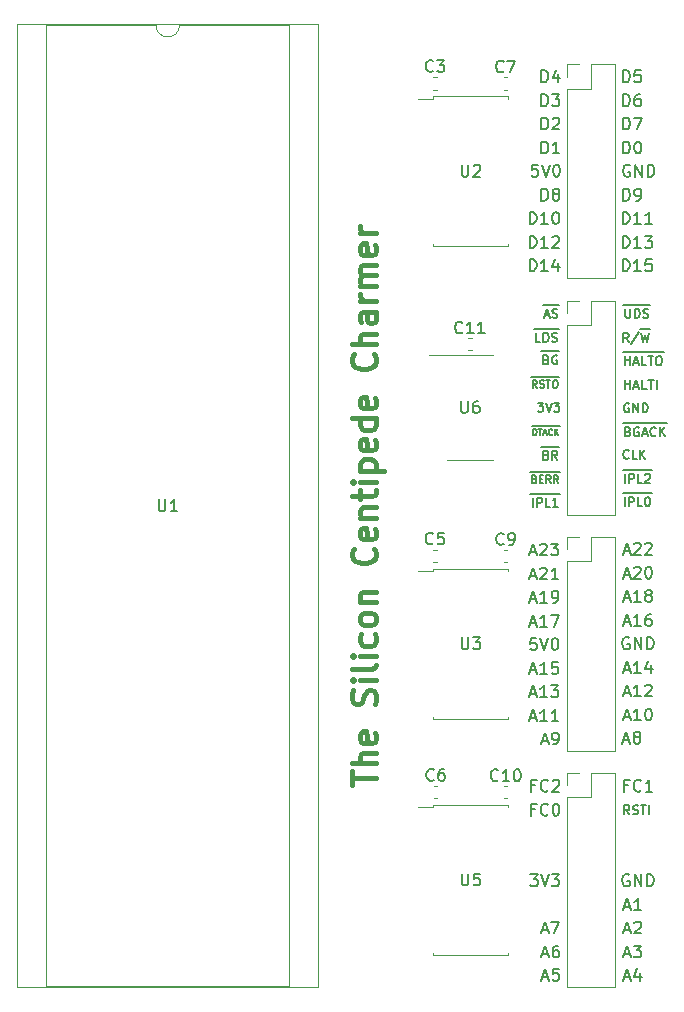
<source format=gto>
G04 #@! TF.GenerationSoftware,KiCad,Pcbnew,5.1.10*
G04 #@! TF.CreationDate,2021-08-30T11:46:02-07:00*
G04 #@! TF.ProjectId,M68K-BREAKOUT,4d36384b-2d42-4524-9541-4b4f55542e6b,rev?*
G04 #@! TF.SameCoordinates,Original*
G04 #@! TF.FileFunction,Legend,Top*
G04 #@! TF.FilePolarity,Positive*
%FSLAX46Y46*%
G04 Gerber Fmt 4.6, Leading zero omitted, Abs format (unit mm)*
G04 Created by KiCad (PCBNEW 5.1.10) date 2021-08-30 11:46:02*
%MOMM*%
%LPD*%
G01*
G04 APERTURE LIST*
%ADD10C,0.381000*%
%ADD11C,0.150000*%
%ADD12C,0.127000*%
%ADD13C,0.120000*%
%ADD14O,1.350000X1.350000*%
%ADD15R,1.350000X1.350000*%
%ADD16O,1.600000X1.600000*%
%ADD17R,1.600000X1.600000*%
G04 APERTURE END LIST*
D10*
X151985738Y-121067285D02*
X151985738Y-119906142D01*
X154017738Y-120486714D02*
X151985738Y-120486714D01*
X154017738Y-119228809D02*
X151985738Y-119228809D01*
X154017738Y-118357952D02*
X152953357Y-118357952D01*
X152759833Y-118454714D01*
X152663071Y-118648238D01*
X152663071Y-118938523D01*
X152759833Y-119132047D01*
X152856595Y-119228809D01*
X153920976Y-116616238D02*
X154017738Y-116809761D01*
X154017738Y-117196809D01*
X153920976Y-117390333D01*
X153727452Y-117487095D01*
X152953357Y-117487095D01*
X152759833Y-117390333D01*
X152663071Y-117196809D01*
X152663071Y-116809761D01*
X152759833Y-116616238D01*
X152953357Y-116519476D01*
X153146880Y-116519476D01*
X153340404Y-117487095D01*
X153920976Y-114197190D02*
X154017738Y-113906904D01*
X154017738Y-113423095D01*
X153920976Y-113229571D01*
X153824214Y-113132809D01*
X153630690Y-113036047D01*
X153437166Y-113036047D01*
X153243642Y-113132809D01*
X153146880Y-113229571D01*
X153050119Y-113423095D01*
X152953357Y-113810142D01*
X152856595Y-114003666D01*
X152759833Y-114100428D01*
X152566309Y-114197190D01*
X152372785Y-114197190D01*
X152179261Y-114100428D01*
X152082500Y-114003666D01*
X151985738Y-113810142D01*
X151985738Y-113326333D01*
X152082500Y-113036047D01*
X154017738Y-112165190D02*
X152663071Y-112165190D01*
X151985738Y-112165190D02*
X152082500Y-112261952D01*
X152179261Y-112165190D01*
X152082500Y-112068428D01*
X151985738Y-112165190D01*
X152179261Y-112165190D01*
X154017738Y-110907285D02*
X153920976Y-111100809D01*
X153727452Y-111197571D01*
X151985738Y-111197571D01*
X154017738Y-110133190D02*
X152663071Y-110133190D01*
X151985738Y-110133190D02*
X152082500Y-110229952D01*
X152179261Y-110133190D01*
X152082500Y-110036428D01*
X151985738Y-110133190D01*
X152179261Y-110133190D01*
X153920976Y-108294714D02*
X154017738Y-108488238D01*
X154017738Y-108875285D01*
X153920976Y-109068809D01*
X153824214Y-109165571D01*
X153630690Y-109262333D01*
X153050119Y-109262333D01*
X152856595Y-109165571D01*
X152759833Y-109068809D01*
X152663071Y-108875285D01*
X152663071Y-108488238D01*
X152759833Y-108294714D01*
X154017738Y-107133571D02*
X153920976Y-107327095D01*
X153824214Y-107423857D01*
X153630690Y-107520619D01*
X153050119Y-107520619D01*
X152856595Y-107423857D01*
X152759833Y-107327095D01*
X152663071Y-107133571D01*
X152663071Y-106843285D01*
X152759833Y-106649761D01*
X152856595Y-106553000D01*
X153050119Y-106456238D01*
X153630690Y-106456238D01*
X153824214Y-106553000D01*
X153920976Y-106649761D01*
X154017738Y-106843285D01*
X154017738Y-107133571D01*
X152663071Y-105585380D02*
X154017738Y-105585380D01*
X152856595Y-105585380D02*
X152759833Y-105488619D01*
X152663071Y-105295095D01*
X152663071Y-105004809D01*
X152759833Y-104811285D01*
X152953357Y-104714523D01*
X154017738Y-104714523D01*
X153824214Y-101037571D02*
X153920976Y-101134333D01*
X154017738Y-101424619D01*
X154017738Y-101618142D01*
X153920976Y-101908428D01*
X153727452Y-102101952D01*
X153533928Y-102198714D01*
X153146880Y-102295476D01*
X152856595Y-102295476D01*
X152469547Y-102198714D01*
X152276023Y-102101952D01*
X152082500Y-101908428D01*
X151985738Y-101618142D01*
X151985738Y-101424619D01*
X152082500Y-101134333D01*
X152179261Y-101037571D01*
X153920976Y-99392619D02*
X154017738Y-99586142D01*
X154017738Y-99973190D01*
X153920976Y-100166714D01*
X153727452Y-100263476D01*
X152953357Y-100263476D01*
X152759833Y-100166714D01*
X152663071Y-99973190D01*
X152663071Y-99586142D01*
X152759833Y-99392619D01*
X152953357Y-99295857D01*
X153146880Y-99295857D01*
X153340404Y-100263476D01*
X152663071Y-98425000D02*
X154017738Y-98425000D01*
X152856595Y-98425000D02*
X152759833Y-98328238D01*
X152663071Y-98134714D01*
X152663071Y-97844428D01*
X152759833Y-97650904D01*
X152953357Y-97554142D01*
X154017738Y-97554142D01*
X152663071Y-96876809D02*
X152663071Y-96102714D01*
X151985738Y-96586523D02*
X153727452Y-96586523D01*
X153920976Y-96489761D01*
X154017738Y-96296238D01*
X154017738Y-96102714D01*
X154017738Y-95425380D02*
X152663071Y-95425380D01*
X151985738Y-95425380D02*
X152082500Y-95522142D01*
X152179261Y-95425380D01*
X152082500Y-95328619D01*
X151985738Y-95425380D01*
X152179261Y-95425380D01*
X152663071Y-94457761D02*
X154695071Y-94457761D01*
X152759833Y-94457761D02*
X152663071Y-94264238D01*
X152663071Y-93877190D01*
X152759833Y-93683666D01*
X152856595Y-93586904D01*
X153050119Y-93490142D01*
X153630690Y-93490142D01*
X153824214Y-93586904D01*
X153920976Y-93683666D01*
X154017738Y-93877190D01*
X154017738Y-94264238D01*
X153920976Y-94457761D01*
X153920976Y-91845190D02*
X154017738Y-92038714D01*
X154017738Y-92425761D01*
X153920976Y-92619285D01*
X153727452Y-92716047D01*
X152953357Y-92716047D01*
X152759833Y-92619285D01*
X152663071Y-92425761D01*
X152663071Y-92038714D01*
X152759833Y-91845190D01*
X152953357Y-91748428D01*
X153146880Y-91748428D01*
X153340404Y-92716047D01*
X154017738Y-90006714D02*
X151985738Y-90006714D01*
X153920976Y-90006714D02*
X154017738Y-90200238D01*
X154017738Y-90587285D01*
X153920976Y-90780809D01*
X153824214Y-90877571D01*
X153630690Y-90974333D01*
X153050119Y-90974333D01*
X152856595Y-90877571D01*
X152759833Y-90780809D01*
X152663071Y-90587285D01*
X152663071Y-90200238D01*
X152759833Y-90006714D01*
X153920976Y-88265000D02*
X154017738Y-88458523D01*
X154017738Y-88845571D01*
X153920976Y-89039095D01*
X153727452Y-89135857D01*
X152953357Y-89135857D01*
X152759833Y-89039095D01*
X152663071Y-88845571D01*
X152663071Y-88458523D01*
X152759833Y-88265000D01*
X152953357Y-88168238D01*
X153146880Y-88168238D01*
X153340404Y-89135857D01*
X153824214Y-84588047D02*
X153920976Y-84684809D01*
X154017738Y-84975095D01*
X154017738Y-85168619D01*
X153920976Y-85458904D01*
X153727452Y-85652428D01*
X153533928Y-85749190D01*
X153146880Y-85845952D01*
X152856595Y-85845952D01*
X152469547Y-85749190D01*
X152276023Y-85652428D01*
X152082500Y-85458904D01*
X151985738Y-85168619D01*
X151985738Y-84975095D01*
X152082500Y-84684809D01*
X152179261Y-84588047D01*
X154017738Y-83717190D02*
X151985738Y-83717190D01*
X154017738Y-82846333D02*
X152953357Y-82846333D01*
X152759833Y-82943095D01*
X152663071Y-83136619D01*
X152663071Y-83426904D01*
X152759833Y-83620428D01*
X152856595Y-83717190D01*
X154017738Y-81007857D02*
X152953357Y-81007857D01*
X152759833Y-81104619D01*
X152663071Y-81298142D01*
X152663071Y-81685190D01*
X152759833Y-81878714D01*
X153920976Y-81007857D02*
X154017738Y-81201380D01*
X154017738Y-81685190D01*
X153920976Y-81878714D01*
X153727452Y-81975476D01*
X153533928Y-81975476D01*
X153340404Y-81878714D01*
X153243642Y-81685190D01*
X153243642Y-81201380D01*
X153146880Y-81007857D01*
X154017738Y-80040238D02*
X152663071Y-80040238D01*
X153050119Y-80040238D02*
X152856595Y-79943476D01*
X152759833Y-79846714D01*
X152663071Y-79653190D01*
X152663071Y-79459666D01*
X154017738Y-78782333D02*
X152663071Y-78782333D01*
X152856595Y-78782333D02*
X152759833Y-78685571D01*
X152663071Y-78492047D01*
X152663071Y-78201761D01*
X152759833Y-78008238D01*
X152953357Y-77911476D01*
X154017738Y-77911476D01*
X152953357Y-77911476D02*
X152759833Y-77814714D01*
X152663071Y-77621190D01*
X152663071Y-77330904D01*
X152759833Y-77137380D01*
X152953357Y-77040619D01*
X154017738Y-77040619D01*
X153920976Y-75298904D02*
X154017738Y-75492428D01*
X154017738Y-75879476D01*
X153920976Y-76073000D01*
X153727452Y-76169761D01*
X152953357Y-76169761D01*
X152759833Y-76073000D01*
X152663071Y-75879476D01*
X152663071Y-75492428D01*
X152759833Y-75298904D01*
X152953357Y-75202142D01*
X153146880Y-75202142D01*
X153340404Y-76169761D01*
X154017738Y-74331285D02*
X152663071Y-74331285D01*
X153050119Y-74331285D02*
X152856595Y-74234523D01*
X152759833Y-74137761D01*
X152663071Y-73944238D01*
X152663071Y-73750714D01*
D11*
X167505166Y-123118571D02*
X167171833Y-123118571D01*
X167171833Y-123642380D02*
X167171833Y-122642380D01*
X167648023Y-122642380D01*
X168600404Y-123547142D02*
X168552785Y-123594761D01*
X168409928Y-123642380D01*
X168314690Y-123642380D01*
X168171833Y-123594761D01*
X168076595Y-123499523D01*
X168028976Y-123404285D01*
X167981357Y-123213809D01*
X167981357Y-123070952D01*
X168028976Y-122880476D01*
X168076595Y-122785238D01*
X168171833Y-122690000D01*
X168314690Y-122642380D01*
X168409928Y-122642380D01*
X168552785Y-122690000D01*
X168600404Y-122737619D01*
X169219452Y-122642380D02*
X169314690Y-122642380D01*
X169409928Y-122690000D01*
X169457547Y-122737619D01*
X169505166Y-122832857D01*
X169552785Y-123023333D01*
X169552785Y-123261428D01*
X169505166Y-123451904D01*
X169457547Y-123547142D01*
X169409928Y-123594761D01*
X169314690Y-123642380D01*
X169219452Y-123642380D01*
X169124214Y-123594761D01*
X169076595Y-123547142D01*
X169028976Y-123451904D01*
X168981357Y-123261428D01*
X168981357Y-123023333D01*
X169028976Y-122832857D01*
X169076595Y-122737619D01*
X169124214Y-122690000D01*
X169219452Y-122642380D01*
X168068714Y-133326166D02*
X168544904Y-133326166D01*
X167973476Y-133611880D02*
X168306809Y-132611880D01*
X168640142Y-133611880D01*
X168878238Y-132611880D02*
X169544904Y-132611880D01*
X169116333Y-133611880D01*
X167100404Y-128611380D02*
X167719452Y-128611380D01*
X167386119Y-128992333D01*
X167528976Y-128992333D01*
X167624214Y-129039952D01*
X167671833Y-129087571D01*
X167719452Y-129182809D01*
X167719452Y-129420904D01*
X167671833Y-129516142D01*
X167624214Y-129563761D01*
X167528976Y-129611380D01*
X167243261Y-129611380D01*
X167148023Y-129563761D01*
X167100404Y-129516142D01*
X168005166Y-128611380D02*
X168338500Y-129611380D01*
X168671833Y-128611380D01*
X168909928Y-128611380D02*
X169528976Y-128611380D01*
X169195642Y-128992333D01*
X169338500Y-128992333D01*
X169433738Y-129039952D01*
X169481357Y-129087571D01*
X169528976Y-129182809D01*
X169528976Y-129420904D01*
X169481357Y-129516142D01*
X169433738Y-129563761D01*
X169338500Y-129611380D01*
X169052785Y-129611380D01*
X168957547Y-129563761D01*
X168909928Y-129516142D01*
X167505166Y-121086571D02*
X167171833Y-121086571D01*
X167171833Y-121610380D02*
X167171833Y-120610380D01*
X167648023Y-120610380D01*
X168600404Y-121515142D02*
X168552785Y-121562761D01*
X168409928Y-121610380D01*
X168314690Y-121610380D01*
X168171833Y-121562761D01*
X168076595Y-121467523D01*
X168028976Y-121372285D01*
X167981357Y-121181809D01*
X167981357Y-121038952D01*
X168028976Y-120848476D01*
X168076595Y-120753238D01*
X168171833Y-120658000D01*
X168314690Y-120610380D01*
X168409928Y-120610380D01*
X168552785Y-120658000D01*
X168600404Y-120705619D01*
X168981357Y-120705619D02*
X169028976Y-120658000D01*
X169124214Y-120610380D01*
X169362309Y-120610380D01*
X169457547Y-120658000D01*
X169505166Y-120705619D01*
X169552785Y-120800857D01*
X169552785Y-120896095D01*
X169505166Y-121038952D01*
X168933738Y-121610380D01*
X169552785Y-121610380D01*
X168132214Y-137326666D02*
X168608404Y-137326666D01*
X168036976Y-137612380D02*
X168370309Y-136612380D01*
X168703642Y-137612380D01*
X169513166Y-136612380D02*
X169036976Y-136612380D01*
X168989357Y-137088571D01*
X169036976Y-137040952D01*
X169132214Y-136993333D01*
X169370309Y-136993333D01*
X169465547Y-137040952D01*
X169513166Y-137088571D01*
X169560785Y-137183809D01*
X169560785Y-137421904D01*
X169513166Y-137517142D01*
X169465547Y-137564761D01*
X169370309Y-137612380D01*
X169132214Y-137612380D01*
X169036976Y-137564761D01*
X168989357Y-137517142D01*
X168132214Y-135358166D02*
X168608404Y-135358166D01*
X168036976Y-135643880D02*
X168370309Y-134643880D01*
X168703642Y-135643880D01*
X169465547Y-134643880D02*
X169275071Y-134643880D01*
X169179833Y-134691500D01*
X169132214Y-134739119D01*
X169036976Y-134881976D01*
X168989357Y-135072452D01*
X168989357Y-135453404D01*
X169036976Y-135548642D01*
X169084595Y-135596261D01*
X169179833Y-135643880D01*
X169370309Y-135643880D01*
X169465547Y-135596261D01*
X169513166Y-135548642D01*
X169560785Y-135453404D01*
X169560785Y-135215309D01*
X169513166Y-135120071D01*
X169465547Y-135072452D01*
X169370309Y-135024833D01*
X169179833Y-135024833D01*
X169084595Y-135072452D01*
X169036976Y-135120071D01*
X168989357Y-135215309D01*
X175486785Y-123534714D02*
X175232785Y-123171857D01*
X175051357Y-123534714D02*
X175051357Y-122772714D01*
X175341642Y-122772714D01*
X175414214Y-122809000D01*
X175450500Y-122845285D01*
X175486785Y-122917857D01*
X175486785Y-123026714D01*
X175450500Y-123099285D01*
X175414214Y-123135571D01*
X175341642Y-123171857D01*
X175051357Y-123171857D01*
X175777071Y-123498428D02*
X175885928Y-123534714D01*
X176067357Y-123534714D01*
X176139928Y-123498428D01*
X176176214Y-123462142D01*
X176212500Y-123389571D01*
X176212500Y-123317000D01*
X176176214Y-123244428D01*
X176139928Y-123208142D01*
X176067357Y-123171857D01*
X175922214Y-123135571D01*
X175849642Y-123099285D01*
X175813357Y-123063000D01*
X175777071Y-122990428D01*
X175777071Y-122917857D01*
X175813357Y-122845285D01*
X175849642Y-122809000D01*
X175922214Y-122772714D01*
X176103642Y-122772714D01*
X176212500Y-122809000D01*
X176430214Y-122772714D02*
X176865642Y-122772714D01*
X176647928Y-123534714D02*
X176647928Y-122772714D01*
X177119642Y-123534714D02*
X177119642Y-122772714D01*
X175053714Y-133326166D02*
X175529904Y-133326166D01*
X174958476Y-133611880D02*
X175291809Y-132611880D01*
X175625142Y-133611880D01*
X175910857Y-132707119D02*
X175958476Y-132659500D01*
X176053714Y-132611880D01*
X176291809Y-132611880D01*
X176387047Y-132659500D01*
X176434666Y-132707119D01*
X176482285Y-132802357D01*
X176482285Y-132897595D01*
X176434666Y-133040452D01*
X175863238Y-133611880D01*
X176482285Y-133611880D01*
X175053714Y-131357666D02*
X175529904Y-131357666D01*
X174958476Y-131643380D02*
X175291809Y-130643380D01*
X175625142Y-131643380D01*
X176482285Y-131643380D02*
X175910857Y-131643380D01*
X176196571Y-131643380D02*
X176196571Y-130643380D01*
X176101333Y-130786238D01*
X176006095Y-130881476D01*
X175910857Y-130929095D01*
X175450595Y-128659000D02*
X175355357Y-128611380D01*
X175212500Y-128611380D01*
X175069642Y-128659000D01*
X174974404Y-128754238D01*
X174926785Y-128849476D01*
X174879166Y-129039952D01*
X174879166Y-129182809D01*
X174926785Y-129373285D01*
X174974404Y-129468523D01*
X175069642Y-129563761D01*
X175212500Y-129611380D01*
X175307738Y-129611380D01*
X175450595Y-129563761D01*
X175498214Y-129516142D01*
X175498214Y-129182809D01*
X175307738Y-129182809D01*
X175926785Y-129611380D02*
X175926785Y-128611380D01*
X176498214Y-129611380D01*
X176498214Y-128611380D01*
X176974404Y-129611380D02*
X176974404Y-128611380D01*
X177212500Y-128611380D01*
X177355357Y-128659000D01*
X177450595Y-128754238D01*
X177498214Y-128849476D01*
X177545833Y-129039952D01*
X177545833Y-129182809D01*
X177498214Y-129373285D01*
X177450595Y-129468523D01*
X177355357Y-129563761D01*
X177212500Y-129611380D01*
X176974404Y-129611380D01*
X175379166Y-121086571D02*
X175045833Y-121086571D01*
X175045833Y-121610380D02*
X175045833Y-120610380D01*
X175522023Y-120610380D01*
X176474404Y-121515142D02*
X176426785Y-121562761D01*
X176283928Y-121610380D01*
X176188690Y-121610380D01*
X176045833Y-121562761D01*
X175950595Y-121467523D01*
X175902976Y-121372285D01*
X175855357Y-121181809D01*
X175855357Y-121038952D01*
X175902976Y-120848476D01*
X175950595Y-120753238D01*
X176045833Y-120658000D01*
X176188690Y-120610380D01*
X176283928Y-120610380D01*
X176426785Y-120658000D01*
X176474404Y-120705619D01*
X177426785Y-121610380D02*
X176855357Y-121610380D01*
X177141071Y-121610380D02*
X177141071Y-120610380D01*
X177045833Y-120753238D01*
X176950595Y-120848476D01*
X176855357Y-120896095D01*
X175053714Y-137326666D02*
X175529904Y-137326666D01*
X174958476Y-137612380D02*
X175291809Y-136612380D01*
X175625142Y-137612380D01*
X176387047Y-136945714D02*
X176387047Y-137612380D01*
X176148952Y-136564761D02*
X175910857Y-137279047D01*
X176529904Y-137279047D01*
X175053714Y-135358166D02*
X175529904Y-135358166D01*
X174958476Y-135643880D02*
X175291809Y-134643880D01*
X175625142Y-135643880D01*
X175863238Y-134643880D02*
X176482285Y-134643880D01*
X176148952Y-135024833D01*
X176291809Y-135024833D01*
X176387047Y-135072452D01*
X176434666Y-135120071D01*
X176482285Y-135215309D01*
X176482285Y-135453404D01*
X176434666Y-135548642D01*
X176387047Y-135596261D01*
X176291809Y-135643880D01*
X176006095Y-135643880D01*
X175910857Y-135596261D01*
X175863238Y-135548642D01*
X167084523Y-107354666D02*
X167560714Y-107354666D01*
X166989285Y-107640380D02*
X167322619Y-106640380D01*
X167655952Y-107640380D01*
X168513095Y-107640380D02*
X167941666Y-107640380D01*
X168227380Y-107640380D02*
X168227380Y-106640380D01*
X168132142Y-106783238D01*
X168036904Y-106878476D01*
X167941666Y-106926095D01*
X168846428Y-106640380D02*
X169513095Y-106640380D01*
X169084523Y-107640380D01*
X167084523Y-105322666D02*
X167560714Y-105322666D01*
X166989285Y-105608380D02*
X167322619Y-104608380D01*
X167655952Y-105608380D01*
X168513095Y-105608380D02*
X167941666Y-105608380D01*
X168227380Y-105608380D02*
X168227380Y-104608380D01*
X168132142Y-104751238D01*
X168036904Y-104846476D01*
X167941666Y-104894095D01*
X168989285Y-105608380D02*
X169179761Y-105608380D01*
X169275000Y-105560761D01*
X169322619Y-105513142D01*
X169417857Y-105370285D01*
X169465476Y-105179809D01*
X169465476Y-104798857D01*
X169417857Y-104703619D01*
X169370238Y-104656000D01*
X169275000Y-104608380D01*
X169084523Y-104608380D01*
X168989285Y-104656000D01*
X168941666Y-104703619D01*
X168894047Y-104798857D01*
X168894047Y-105036952D01*
X168941666Y-105132190D01*
X168989285Y-105179809D01*
X169084523Y-105227428D01*
X169275000Y-105227428D01*
X169370238Y-105179809D01*
X169417857Y-105132190D01*
X169465476Y-105036952D01*
X167084523Y-103354166D02*
X167560714Y-103354166D01*
X166989285Y-103639880D02*
X167322619Y-102639880D01*
X167655952Y-103639880D01*
X167941666Y-102735119D02*
X167989285Y-102687500D01*
X168084523Y-102639880D01*
X168322619Y-102639880D01*
X168417857Y-102687500D01*
X168465476Y-102735119D01*
X168513095Y-102830357D01*
X168513095Y-102925595D01*
X168465476Y-103068452D01*
X167894047Y-103639880D01*
X168513095Y-103639880D01*
X169465476Y-103639880D02*
X168894047Y-103639880D01*
X169179761Y-103639880D02*
X169179761Y-102639880D01*
X169084523Y-102782738D01*
X168989285Y-102877976D01*
X168894047Y-102925595D01*
X167084523Y-113323666D02*
X167560714Y-113323666D01*
X166989285Y-113609380D02*
X167322619Y-112609380D01*
X167655952Y-113609380D01*
X168513095Y-113609380D02*
X167941666Y-113609380D01*
X168227380Y-113609380D02*
X168227380Y-112609380D01*
X168132142Y-112752238D01*
X168036904Y-112847476D01*
X167941666Y-112895095D01*
X168846428Y-112609380D02*
X169465476Y-112609380D01*
X169132142Y-112990333D01*
X169275000Y-112990333D01*
X169370238Y-113037952D01*
X169417857Y-113085571D01*
X169465476Y-113180809D01*
X169465476Y-113418904D01*
X169417857Y-113514142D01*
X169370238Y-113561761D01*
X169275000Y-113609380D01*
X168989285Y-113609380D01*
X168894047Y-113561761D01*
X168846428Y-113514142D01*
X167084523Y-111355166D02*
X167560714Y-111355166D01*
X166989285Y-111640880D02*
X167322619Y-110640880D01*
X167655952Y-111640880D01*
X168513095Y-111640880D02*
X167941666Y-111640880D01*
X168227380Y-111640880D02*
X168227380Y-110640880D01*
X168132142Y-110783738D01*
X168036904Y-110878976D01*
X167941666Y-110926595D01*
X169417857Y-110640880D02*
X168941666Y-110640880D01*
X168894047Y-111117071D01*
X168941666Y-111069452D01*
X169036904Y-111021833D01*
X169275000Y-111021833D01*
X169370238Y-111069452D01*
X169417857Y-111117071D01*
X169465476Y-111212309D01*
X169465476Y-111450404D01*
X169417857Y-111545642D01*
X169370238Y-111593261D01*
X169275000Y-111640880D01*
X169036904Y-111640880D01*
X168941666Y-111593261D01*
X168894047Y-111545642D01*
X167608333Y-108608880D02*
X167132142Y-108608880D01*
X167084523Y-109085071D01*
X167132142Y-109037452D01*
X167227380Y-108989833D01*
X167465476Y-108989833D01*
X167560714Y-109037452D01*
X167608333Y-109085071D01*
X167655952Y-109180309D01*
X167655952Y-109418404D01*
X167608333Y-109513642D01*
X167560714Y-109561261D01*
X167465476Y-109608880D01*
X167227380Y-109608880D01*
X167132142Y-109561261D01*
X167084523Y-109513642D01*
X167941666Y-108608880D02*
X168275000Y-109608880D01*
X168608333Y-108608880D01*
X169132142Y-108608880D02*
X169227380Y-108608880D01*
X169322619Y-108656500D01*
X169370238Y-108704119D01*
X169417857Y-108799357D01*
X169465476Y-108989833D01*
X169465476Y-109227928D01*
X169417857Y-109418404D01*
X169370238Y-109513642D01*
X169322619Y-109561261D01*
X169227380Y-109608880D01*
X169132142Y-109608880D01*
X169036904Y-109561261D01*
X168989285Y-109513642D01*
X168941666Y-109418404D01*
X168894047Y-109227928D01*
X168894047Y-108989833D01*
X168941666Y-108799357D01*
X168989285Y-108704119D01*
X169036904Y-108656500D01*
X169132142Y-108608880D01*
X167084523Y-101322166D02*
X167560714Y-101322166D01*
X166989285Y-101607880D02*
X167322619Y-100607880D01*
X167655952Y-101607880D01*
X167941666Y-100703119D02*
X167989285Y-100655500D01*
X168084523Y-100607880D01*
X168322619Y-100607880D01*
X168417857Y-100655500D01*
X168465476Y-100703119D01*
X168513095Y-100798357D01*
X168513095Y-100893595D01*
X168465476Y-101036452D01*
X167894047Y-101607880D01*
X168513095Y-101607880D01*
X168846428Y-100607880D02*
X169465476Y-100607880D01*
X169132142Y-100988833D01*
X169275000Y-100988833D01*
X169370238Y-101036452D01*
X169417857Y-101084071D01*
X169465476Y-101179309D01*
X169465476Y-101417404D01*
X169417857Y-101512642D01*
X169370238Y-101560261D01*
X169275000Y-101607880D01*
X168989285Y-101607880D01*
X168894047Y-101560261D01*
X168846428Y-101512642D01*
X168068714Y-117324166D02*
X168544904Y-117324166D01*
X167973476Y-117609880D02*
X168306809Y-116609880D01*
X168640142Y-117609880D01*
X169021095Y-117609880D02*
X169211571Y-117609880D01*
X169306809Y-117562261D01*
X169354428Y-117514642D01*
X169449666Y-117371785D01*
X169497285Y-117181309D01*
X169497285Y-116800357D01*
X169449666Y-116705119D01*
X169402047Y-116657500D01*
X169306809Y-116609880D01*
X169116333Y-116609880D01*
X169021095Y-116657500D01*
X168973476Y-116705119D01*
X168925857Y-116800357D01*
X168925857Y-117038452D01*
X168973476Y-117133690D01*
X169021095Y-117181309D01*
X169116333Y-117228928D01*
X169306809Y-117228928D01*
X169402047Y-117181309D01*
X169449666Y-117133690D01*
X169497285Y-117038452D01*
X167084523Y-115355666D02*
X167560714Y-115355666D01*
X166989285Y-115641380D02*
X167322619Y-114641380D01*
X167655952Y-115641380D01*
X168513095Y-115641380D02*
X167941666Y-115641380D01*
X168227380Y-115641380D02*
X168227380Y-114641380D01*
X168132142Y-114784238D01*
X168036904Y-114879476D01*
X167941666Y-114927095D01*
X169465476Y-115641380D02*
X168894047Y-115641380D01*
X169179761Y-115641380D02*
X169179761Y-114641380D01*
X169084523Y-114784238D01*
X168989285Y-114879476D01*
X168894047Y-114927095D01*
X175022023Y-101258666D02*
X175498214Y-101258666D01*
X174926785Y-101544380D02*
X175260119Y-100544380D01*
X175593452Y-101544380D01*
X175879166Y-100639619D02*
X175926785Y-100592000D01*
X176022023Y-100544380D01*
X176260119Y-100544380D01*
X176355357Y-100592000D01*
X176402976Y-100639619D01*
X176450595Y-100734857D01*
X176450595Y-100830095D01*
X176402976Y-100972952D01*
X175831547Y-101544380D01*
X176450595Y-101544380D01*
X176831547Y-100639619D02*
X176879166Y-100592000D01*
X176974404Y-100544380D01*
X177212500Y-100544380D01*
X177307738Y-100592000D01*
X177355357Y-100639619D01*
X177402976Y-100734857D01*
X177402976Y-100830095D01*
X177355357Y-100972952D01*
X176783928Y-101544380D01*
X177402976Y-101544380D01*
X174990214Y-117260666D02*
X175466404Y-117260666D01*
X174894976Y-117546380D02*
X175228309Y-116546380D01*
X175561642Y-117546380D01*
X176037833Y-116974952D02*
X175942595Y-116927333D01*
X175894976Y-116879714D01*
X175847357Y-116784476D01*
X175847357Y-116736857D01*
X175894976Y-116641619D01*
X175942595Y-116594000D01*
X176037833Y-116546380D01*
X176228309Y-116546380D01*
X176323547Y-116594000D01*
X176371166Y-116641619D01*
X176418785Y-116736857D01*
X176418785Y-116784476D01*
X176371166Y-116879714D01*
X176323547Y-116927333D01*
X176228309Y-116974952D01*
X176037833Y-116974952D01*
X175942595Y-117022571D01*
X175894976Y-117070190D01*
X175847357Y-117165428D01*
X175847357Y-117355904D01*
X175894976Y-117451142D01*
X175942595Y-117498761D01*
X176037833Y-117546380D01*
X176228309Y-117546380D01*
X176323547Y-117498761D01*
X176371166Y-117451142D01*
X176418785Y-117355904D01*
X176418785Y-117165428D01*
X176371166Y-117070190D01*
X176323547Y-117022571D01*
X176228309Y-116974952D01*
X175022023Y-115292166D02*
X175498214Y-115292166D01*
X174926785Y-115577880D02*
X175260119Y-114577880D01*
X175593452Y-115577880D01*
X176450595Y-115577880D02*
X175879166Y-115577880D01*
X176164880Y-115577880D02*
X176164880Y-114577880D01*
X176069642Y-114720738D01*
X175974404Y-114815976D01*
X175879166Y-114863595D01*
X177069642Y-114577880D02*
X177164880Y-114577880D01*
X177260119Y-114625500D01*
X177307738Y-114673119D01*
X177355357Y-114768357D01*
X177402976Y-114958833D01*
X177402976Y-115196928D01*
X177355357Y-115387404D01*
X177307738Y-115482642D01*
X177260119Y-115530261D01*
X177164880Y-115577880D01*
X177069642Y-115577880D01*
X176974404Y-115530261D01*
X176926785Y-115482642D01*
X176879166Y-115387404D01*
X176831547Y-115196928D01*
X176831547Y-114958833D01*
X176879166Y-114768357D01*
X176926785Y-114673119D01*
X176974404Y-114625500D01*
X177069642Y-114577880D01*
X175022023Y-113260166D02*
X175498214Y-113260166D01*
X174926785Y-113545880D02*
X175260119Y-112545880D01*
X175593452Y-113545880D01*
X176450595Y-113545880D02*
X175879166Y-113545880D01*
X176164880Y-113545880D02*
X176164880Y-112545880D01*
X176069642Y-112688738D01*
X175974404Y-112783976D01*
X175879166Y-112831595D01*
X176831547Y-112641119D02*
X176879166Y-112593500D01*
X176974404Y-112545880D01*
X177212500Y-112545880D01*
X177307738Y-112593500D01*
X177355357Y-112641119D01*
X177402976Y-112736357D01*
X177402976Y-112831595D01*
X177355357Y-112974452D01*
X176783928Y-113545880D01*
X177402976Y-113545880D01*
X175022023Y-111291666D02*
X175498214Y-111291666D01*
X174926785Y-111577380D02*
X175260119Y-110577380D01*
X175593452Y-111577380D01*
X176450595Y-111577380D02*
X175879166Y-111577380D01*
X176164880Y-111577380D02*
X176164880Y-110577380D01*
X176069642Y-110720238D01*
X175974404Y-110815476D01*
X175879166Y-110863095D01*
X177307738Y-110910714D02*
X177307738Y-111577380D01*
X177069642Y-110529761D02*
X176831547Y-111244047D01*
X177450595Y-111244047D01*
X175450595Y-108593000D02*
X175355357Y-108545380D01*
X175212500Y-108545380D01*
X175069642Y-108593000D01*
X174974404Y-108688238D01*
X174926785Y-108783476D01*
X174879166Y-108973952D01*
X174879166Y-109116809D01*
X174926785Y-109307285D01*
X174974404Y-109402523D01*
X175069642Y-109497761D01*
X175212500Y-109545380D01*
X175307738Y-109545380D01*
X175450595Y-109497761D01*
X175498214Y-109450142D01*
X175498214Y-109116809D01*
X175307738Y-109116809D01*
X175926785Y-109545380D02*
X175926785Y-108545380D01*
X176498214Y-109545380D01*
X176498214Y-108545380D01*
X176974404Y-109545380D02*
X176974404Y-108545380D01*
X177212500Y-108545380D01*
X177355357Y-108593000D01*
X177450595Y-108688238D01*
X177498214Y-108783476D01*
X177545833Y-108973952D01*
X177545833Y-109116809D01*
X177498214Y-109307285D01*
X177450595Y-109402523D01*
X177355357Y-109497761D01*
X177212500Y-109545380D01*
X176974404Y-109545380D01*
X175022023Y-107291166D02*
X175498214Y-107291166D01*
X174926785Y-107576880D02*
X175260119Y-106576880D01*
X175593452Y-107576880D01*
X176450595Y-107576880D02*
X175879166Y-107576880D01*
X176164880Y-107576880D02*
X176164880Y-106576880D01*
X176069642Y-106719738D01*
X175974404Y-106814976D01*
X175879166Y-106862595D01*
X177307738Y-106576880D02*
X177117261Y-106576880D01*
X177022023Y-106624500D01*
X176974404Y-106672119D01*
X176879166Y-106814976D01*
X176831547Y-107005452D01*
X176831547Y-107386404D01*
X176879166Y-107481642D01*
X176926785Y-107529261D01*
X177022023Y-107576880D01*
X177212500Y-107576880D01*
X177307738Y-107529261D01*
X177355357Y-107481642D01*
X177402976Y-107386404D01*
X177402976Y-107148309D01*
X177355357Y-107053071D01*
X177307738Y-107005452D01*
X177212500Y-106957833D01*
X177022023Y-106957833D01*
X176926785Y-107005452D01*
X176879166Y-107053071D01*
X176831547Y-107148309D01*
X175022023Y-105259166D02*
X175498214Y-105259166D01*
X174926785Y-105544880D02*
X175260119Y-104544880D01*
X175593452Y-105544880D01*
X176450595Y-105544880D02*
X175879166Y-105544880D01*
X176164880Y-105544880D02*
X176164880Y-104544880D01*
X176069642Y-104687738D01*
X175974404Y-104782976D01*
X175879166Y-104830595D01*
X177022023Y-104973452D02*
X176926785Y-104925833D01*
X176879166Y-104878214D01*
X176831547Y-104782976D01*
X176831547Y-104735357D01*
X176879166Y-104640119D01*
X176926785Y-104592500D01*
X177022023Y-104544880D01*
X177212500Y-104544880D01*
X177307738Y-104592500D01*
X177355357Y-104640119D01*
X177402976Y-104735357D01*
X177402976Y-104782976D01*
X177355357Y-104878214D01*
X177307738Y-104925833D01*
X177212500Y-104973452D01*
X177022023Y-104973452D01*
X176926785Y-105021071D01*
X176879166Y-105068690D01*
X176831547Y-105163928D01*
X176831547Y-105354404D01*
X176879166Y-105449642D01*
X176926785Y-105497261D01*
X177022023Y-105544880D01*
X177212500Y-105544880D01*
X177307738Y-105497261D01*
X177355357Y-105449642D01*
X177402976Y-105354404D01*
X177402976Y-105163928D01*
X177355357Y-105068690D01*
X177307738Y-105021071D01*
X177212500Y-104973452D01*
X175022023Y-103290666D02*
X175498214Y-103290666D01*
X174926785Y-103576380D02*
X175260119Y-102576380D01*
X175593452Y-103576380D01*
X175879166Y-102671619D02*
X175926785Y-102624000D01*
X176022023Y-102576380D01*
X176260119Y-102576380D01*
X176355357Y-102624000D01*
X176402976Y-102671619D01*
X176450595Y-102766857D01*
X176450595Y-102862095D01*
X176402976Y-103004952D01*
X175831547Y-103576380D01*
X176450595Y-103576380D01*
X177069642Y-102576380D02*
X177164880Y-102576380D01*
X177260119Y-102624000D01*
X177307738Y-102671619D01*
X177355357Y-102766857D01*
X177402976Y-102957333D01*
X177402976Y-103195428D01*
X177355357Y-103385904D01*
X177307738Y-103481142D01*
X177260119Y-103528761D01*
X177164880Y-103576380D01*
X177069642Y-103576380D01*
X176974404Y-103528761D01*
X176926785Y-103481142D01*
X176879166Y-103385904D01*
X176831547Y-103195428D01*
X176831547Y-102957333D01*
X176879166Y-102766857D01*
X176926785Y-102671619D01*
X176974404Y-102624000D01*
X177069642Y-102576380D01*
X168044904Y-61539380D02*
X168044904Y-60539380D01*
X168283000Y-60539380D01*
X168425857Y-60587000D01*
X168521095Y-60682238D01*
X168568714Y-60777476D01*
X168616333Y-60967952D01*
X168616333Y-61110809D01*
X168568714Y-61301285D01*
X168521095Y-61396523D01*
X168425857Y-61491761D01*
X168283000Y-61539380D01*
X168044904Y-61539380D01*
X169473476Y-60872714D02*
X169473476Y-61539380D01*
X169235380Y-60491761D02*
X168997285Y-61206047D01*
X169616333Y-61206047D01*
X167060714Y-77541380D02*
X167060714Y-76541380D01*
X167298809Y-76541380D01*
X167441666Y-76589000D01*
X167536904Y-76684238D01*
X167584523Y-76779476D01*
X167632142Y-76969952D01*
X167632142Y-77112809D01*
X167584523Y-77303285D01*
X167536904Y-77398523D01*
X167441666Y-77493761D01*
X167298809Y-77541380D01*
X167060714Y-77541380D01*
X168584523Y-77541380D02*
X168013095Y-77541380D01*
X168298809Y-77541380D02*
X168298809Y-76541380D01*
X168203571Y-76684238D01*
X168108333Y-76779476D01*
X168013095Y-76827095D01*
X169441666Y-76874714D02*
X169441666Y-77541380D01*
X169203571Y-76493761D02*
X168965476Y-77208047D01*
X169584523Y-77208047D01*
X167060714Y-75572880D02*
X167060714Y-74572880D01*
X167298809Y-74572880D01*
X167441666Y-74620500D01*
X167536904Y-74715738D01*
X167584523Y-74810976D01*
X167632142Y-75001452D01*
X167632142Y-75144309D01*
X167584523Y-75334785D01*
X167536904Y-75430023D01*
X167441666Y-75525261D01*
X167298809Y-75572880D01*
X167060714Y-75572880D01*
X168584523Y-75572880D02*
X168013095Y-75572880D01*
X168298809Y-75572880D02*
X168298809Y-74572880D01*
X168203571Y-74715738D01*
X168108333Y-74810976D01*
X168013095Y-74858595D01*
X168965476Y-74668119D02*
X169013095Y-74620500D01*
X169108333Y-74572880D01*
X169346428Y-74572880D01*
X169441666Y-74620500D01*
X169489285Y-74668119D01*
X169536904Y-74763357D01*
X169536904Y-74858595D01*
X169489285Y-75001452D01*
X168917857Y-75572880D01*
X169536904Y-75572880D01*
X167060714Y-73540880D02*
X167060714Y-72540880D01*
X167298809Y-72540880D01*
X167441666Y-72588500D01*
X167536904Y-72683738D01*
X167584523Y-72778976D01*
X167632142Y-72969452D01*
X167632142Y-73112309D01*
X167584523Y-73302785D01*
X167536904Y-73398023D01*
X167441666Y-73493261D01*
X167298809Y-73540880D01*
X167060714Y-73540880D01*
X168584523Y-73540880D02*
X168013095Y-73540880D01*
X168298809Y-73540880D02*
X168298809Y-72540880D01*
X168203571Y-72683738D01*
X168108333Y-72778976D01*
X168013095Y-72826595D01*
X169203571Y-72540880D02*
X169298809Y-72540880D01*
X169394047Y-72588500D01*
X169441666Y-72636119D01*
X169489285Y-72731357D01*
X169536904Y-72921833D01*
X169536904Y-73159928D01*
X169489285Y-73350404D01*
X169441666Y-73445642D01*
X169394047Y-73493261D01*
X169298809Y-73540880D01*
X169203571Y-73540880D01*
X169108333Y-73493261D01*
X169060714Y-73445642D01*
X169013095Y-73350404D01*
X168965476Y-73159928D01*
X168965476Y-72921833D01*
X169013095Y-72731357D01*
X169060714Y-72636119D01*
X169108333Y-72588500D01*
X169203571Y-72540880D01*
X168044904Y-71572380D02*
X168044904Y-70572380D01*
X168283000Y-70572380D01*
X168425857Y-70620000D01*
X168521095Y-70715238D01*
X168568714Y-70810476D01*
X168616333Y-71000952D01*
X168616333Y-71143809D01*
X168568714Y-71334285D01*
X168521095Y-71429523D01*
X168425857Y-71524761D01*
X168283000Y-71572380D01*
X168044904Y-71572380D01*
X169187761Y-71000952D02*
X169092523Y-70953333D01*
X169044904Y-70905714D01*
X168997285Y-70810476D01*
X168997285Y-70762857D01*
X169044904Y-70667619D01*
X169092523Y-70620000D01*
X169187761Y-70572380D01*
X169378238Y-70572380D01*
X169473476Y-70620000D01*
X169521095Y-70667619D01*
X169568714Y-70762857D01*
X169568714Y-70810476D01*
X169521095Y-70905714D01*
X169473476Y-70953333D01*
X169378238Y-71000952D01*
X169187761Y-71000952D01*
X169092523Y-71048571D01*
X169044904Y-71096190D01*
X168997285Y-71191428D01*
X168997285Y-71381904D01*
X169044904Y-71477142D01*
X169092523Y-71524761D01*
X169187761Y-71572380D01*
X169378238Y-71572380D01*
X169473476Y-71524761D01*
X169521095Y-71477142D01*
X169568714Y-71381904D01*
X169568714Y-71191428D01*
X169521095Y-71096190D01*
X169473476Y-71048571D01*
X169378238Y-71000952D01*
X167735333Y-68540380D02*
X167259142Y-68540380D01*
X167211523Y-69016571D01*
X167259142Y-68968952D01*
X167354380Y-68921333D01*
X167592476Y-68921333D01*
X167687714Y-68968952D01*
X167735333Y-69016571D01*
X167782952Y-69111809D01*
X167782952Y-69349904D01*
X167735333Y-69445142D01*
X167687714Y-69492761D01*
X167592476Y-69540380D01*
X167354380Y-69540380D01*
X167259142Y-69492761D01*
X167211523Y-69445142D01*
X168068666Y-68540380D02*
X168402000Y-69540380D01*
X168735333Y-68540380D01*
X169259142Y-68540380D02*
X169354380Y-68540380D01*
X169449619Y-68588000D01*
X169497238Y-68635619D01*
X169544857Y-68730857D01*
X169592476Y-68921333D01*
X169592476Y-69159428D01*
X169544857Y-69349904D01*
X169497238Y-69445142D01*
X169449619Y-69492761D01*
X169354380Y-69540380D01*
X169259142Y-69540380D01*
X169163904Y-69492761D01*
X169116285Y-69445142D01*
X169068666Y-69349904D01*
X169021047Y-69159428D01*
X169021047Y-68921333D01*
X169068666Y-68730857D01*
X169116285Y-68635619D01*
X169163904Y-68588000D01*
X169259142Y-68540380D01*
X168044904Y-67571880D02*
X168044904Y-66571880D01*
X168283000Y-66571880D01*
X168425857Y-66619500D01*
X168521095Y-66714738D01*
X168568714Y-66809976D01*
X168616333Y-67000452D01*
X168616333Y-67143309D01*
X168568714Y-67333785D01*
X168521095Y-67429023D01*
X168425857Y-67524261D01*
X168283000Y-67571880D01*
X168044904Y-67571880D01*
X169568714Y-67571880D02*
X168997285Y-67571880D01*
X169283000Y-67571880D02*
X169283000Y-66571880D01*
X169187761Y-66714738D01*
X169092523Y-66809976D01*
X168997285Y-66857595D01*
X168044904Y-65539880D02*
X168044904Y-64539880D01*
X168283000Y-64539880D01*
X168425857Y-64587500D01*
X168521095Y-64682738D01*
X168568714Y-64777976D01*
X168616333Y-64968452D01*
X168616333Y-65111309D01*
X168568714Y-65301785D01*
X168521095Y-65397023D01*
X168425857Y-65492261D01*
X168283000Y-65539880D01*
X168044904Y-65539880D01*
X168997285Y-64635119D02*
X169044904Y-64587500D01*
X169140142Y-64539880D01*
X169378238Y-64539880D01*
X169473476Y-64587500D01*
X169521095Y-64635119D01*
X169568714Y-64730357D01*
X169568714Y-64825595D01*
X169521095Y-64968452D01*
X168949666Y-65539880D01*
X169568714Y-65539880D01*
X168044904Y-63571380D02*
X168044904Y-62571380D01*
X168283000Y-62571380D01*
X168425857Y-62619000D01*
X168521095Y-62714238D01*
X168568714Y-62809476D01*
X168616333Y-62999952D01*
X168616333Y-63142809D01*
X168568714Y-63333285D01*
X168521095Y-63428523D01*
X168425857Y-63523761D01*
X168283000Y-63571380D01*
X168044904Y-63571380D01*
X168949666Y-62571380D02*
X169568714Y-62571380D01*
X169235380Y-62952333D01*
X169378238Y-62952333D01*
X169473476Y-62999952D01*
X169521095Y-63047571D01*
X169568714Y-63142809D01*
X169568714Y-63380904D01*
X169521095Y-63476142D01*
X169473476Y-63523761D01*
X169378238Y-63571380D01*
X169092523Y-63571380D01*
X168997285Y-63523761D01*
X168949666Y-63476142D01*
X167144095Y-86469800D02*
X167779095Y-86469800D01*
X167658142Y-87409261D02*
X167446476Y-87106880D01*
X167295285Y-87409261D02*
X167295285Y-86774261D01*
X167537190Y-86774261D01*
X167597666Y-86804500D01*
X167627904Y-86834738D01*
X167658142Y-86895214D01*
X167658142Y-86985928D01*
X167627904Y-87046404D01*
X167597666Y-87076642D01*
X167537190Y-87106880D01*
X167295285Y-87106880D01*
X167779095Y-86469800D02*
X168383857Y-86469800D01*
X167900047Y-87379023D02*
X167990761Y-87409261D01*
X168141952Y-87409261D01*
X168202428Y-87379023D01*
X168232666Y-87348785D01*
X168262904Y-87288309D01*
X168262904Y-87227833D01*
X168232666Y-87167357D01*
X168202428Y-87137119D01*
X168141952Y-87106880D01*
X168021000Y-87076642D01*
X167960523Y-87046404D01*
X167930285Y-87016166D01*
X167900047Y-86955690D01*
X167900047Y-86895214D01*
X167930285Y-86834738D01*
X167960523Y-86804500D01*
X168021000Y-86774261D01*
X168172190Y-86774261D01*
X168262904Y-86804500D01*
X168383857Y-86469800D02*
X168867666Y-86469800D01*
X168444333Y-86774261D02*
X168807190Y-86774261D01*
X168625761Y-87409261D02*
X168625761Y-86774261D01*
X168867666Y-86469800D02*
X169532904Y-86469800D01*
X169139809Y-86774261D02*
X169260761Y-86774261D01*
X169321238Y-86804500D01*
X169381714Y-86864976D01*
X169411952Y-86985928D01*
X169411952Y-87197595D01*
X169381714Y-87318547D01*
X169321238Y-87379023D01*
X169260761Y-87409261D01*
X169139809Y-87409261D01*
X169079333Y-87379023D01*
X169018857Y-87318547D01*
X168988619Y-87197595D01*
X168988619Y-86985928D01*
X169018857Y-86864976D01*
X169079333Y-86804500D01*
X169139809Y-86774261D01*
X167413214Y-82441360D02*
X168030071Y-82441360D01*
X167957500Y-83529714D02*
X167594642Y-83529714D01*
X167594642Y-82767714D01*
X168030071Y-82441360D02*
X168792071Y-82441360D01*
X168211500Y-83529714D02*
X168211500Y-82767714D01*
X168392928Y-82767714D01*
X168501785Y-82804000D01*
X168574357Y-82876571D01*
X168610642Y-82949142D01*
X168646928Y-83094285D01*
X168646928Y-83203142D01*
X168610642Y-83348285D01*
X168574357Y-83420857D01*
X168501785Y-83493428D01*
X168392928Y-83529714D01*
X168211500Y-83529714D01*
X168792071Y-82441360D02*
X169517785Y-82441360D01*
X168937214Y-83493428D02*
X169046071Y-83529714D01*
X169227500Y-83529714D01*
X169300071Y-83493428D01*
X169336357Y-83457142D01*
X169372642Y-83384571D01*
X169372642Y-83312000D01*
X169336357Y-83239428D01*
X169300071Y-83203142D01*
X169227500Y-83166857D01*
X169082357Y-83130571D01*
X169009785Y-83094285D01*
X168973500Y-83058000D01*
X168937214Y-82985428D01*
X168937214Y-82912857D01*
X168973500Y-82840285D01*
X169009785Y-82804000D01*
X169082357Y-82767714D01*
X169263785Y-82767714D01*
X169372642Y-82804000D01*
D12*
X167228761Y-90655140D02*
X167736761Y-90655140D01*
X167349714Y-91415809D02*
X167349714Y-90907809D01*
X167470666Y-90907809D01*
X167543238Y-90932000D01*
X167591619Y-90980380D01*
X167615809Y-91028761D01*
X167640000Y-91125523D01*
X167640000Y-91198095D01*
X167615809Y-91294857D01*
X167591619Y-91343238D01*
X167543238Y-91391619D01*
X167470666Y-91415809D01*
X167349714Y-91415809D01*
X167736761Y-90655140D02*
X168123809Y-90655140D01*
X167785142Y-90907809D02*
X168075428Y-90907809D01*
X167930285Y-91415809D02*
X167930285Y-90907809D01*
X168123809Y-90655140D02*
X168559238Y-90655140D01*
X168220571Y-91270666D02*
X168462476Y-91270666D01*
X168172190Y-91415809D02*
X168341523Y-90907809D01*
X168510857Y-91415809D01*
X168559238Y-90655140D02*
X169067238Y-90655140D01*
X168970476Y-91367428D02*
X168946285Y-91391619D01*
X168873714Y-91415809D01*
X168825333Y-91415809D01*
X168752761Y-91391619D01*
X168704380Y-91343238D01*
X168680190Y-91294857D01*
X168656000Y-91198095D01*
X168656000Y-91125523D01*
X168680190Y-91028761D01*
X168704380Y-90980380D01*
X168752761Y-90932000D01*
X168825333Y-90907809D01*
X168873714Y-90907809D01*
X168946285Y-90932000D01*
X168970476Y-90956190D01*
X169067238Y-90655140D02*
X169575238Y-90655140D01*
X169188190Y-91415809D02*
X169188190Y-90907809D01*
X169478476Y-91415809D02*
X169260761Y-91125523D01*
X169478476Y-90907809D02*
X169188190Y-91198095D01*
D11*
X168021000Y-84346360D02*
X168783000Y-84346360D01*
X168456428Y-85035571D02*
X168565285Y-85071857D01*
X168601571Y-85108142D01*
X168637857Y-85180714D01*
X168637857Y-85289571D01*
X168601571Y-85362142D01*
X168565285Y-85398428D01*
X168492714Y-85434714D01*
X168202428Y-85434714D01*
X168202428Y-84672714D01*
X168456428Y-84672714D01*
X168529000Y-84709000D01*
X168565285Y-84745285D01*
X168601571Y-84817857D01*
X168601571Y-84890428D01*
X168565285Y-84963000D01*
X168529000Y-84999285D01*
X168456428Y-85035571D01*
X168202428Y-85035571D01*
X168783000Y-84346360D02*
X169545000Y-84346360D01*
X169363571Y-84709000D02*
X169291000Y-84672714D01*
X169182142Y-84672714D01*
X169073285Y-84709000D01*
X169000714Y-84781571D01*
X168964428Y-84854142D01*
X168928142Y-84999285D01*
X168928142Y-85108142D01*
X168964428Y-85253285D01*
X169000714Y-85325857D01*
X169073285Y-85398428D01*
X169182142Y-85434714D01*
X169254714Y-85434714D01*
X169363571Y-85398428D01*
X169399857Y-85362142D01*
X169399857Y-85108142D01*
X169254714Y-85108142D01*
X168021000Y-92410860D02*
X168783000Y-92410860D01*
X168456428Y-93100071D02*
X168565285Y-93136357D01*
X168601571Y-93172642D01*
X168637857Y-93245214D01*
X168637857Y-93354071D01*
X168601571Y-93426642D01*
X168565285Y-93462928D01*
X168492714Y-93499214D01*
X168202428Y-93499214D01*
X168202428Y-92737214D01*
X168456428Y-92737214D01*
X168529000Y-92773500D01*
X168565285Y-92809785D01*
X168601571Y-92882357D01*
X168601571Y-92954928D01*
X168565285Y-93027500D01*
X168529000Y-93063785D01*
X168456428Y-93100071D01*
X168202428Y-93100071D01*
X168783000Y-92410860D02*
X169545000Y-92410860D01*
X169399857Y-93499214D02*
X169145857Y-93136357D01*
X168964428Y-93499214D02*
X168964428Y-92737214D01*
X169254714Y-92737214D01*
X169327285Y-92773500D01*
X169363571Y-92809785D01*
X169399857Y-92882357D01*
X169399857Y-92991214D01*
X169363571Y-93063785D01*
X169327285Y-93100071D01*
X169254714Y-93136357D01*
X168964428Y-93136357D01*
X168157071Y-80409360D02*
X168810214Y-80409360D01*
X168302214Y-81280000D02*
X168665071Y-81280000D01*
X168229642Y-81497714D02*
X168483642Y-80735714D01*
X168737642Y-81497714D01*
X168810214Y-80409360D02*
X169535928Y-80409360D01*
X168955357Y-81461428D02*
X169064214Y-81497714D01*
X169245642Y-81497714D01*
X169318214Y-81461428D01*
X169354500Y-81425142D01*
X169390785Y-81352571D01*
X169390785Y-81280000D01*
X169354500Y-81207428D01*
X169318214Y-81171142D01*
X169245642Y-81134857D01*
X169100500Y-81098571D01*
X169027928Y-81062285D01*
X168991642Y-81026000D01*
X168955357Y-80953428D01*
X168955357Y-80880857D01*
X168991642Y-80808285D01*
X169027928Y-80772000D01*
X169100500Y-80735714D01*
X169281928Y-80735714D01*
X169390785Y-80772000D01*
X167104785Y-96411360D02*
X167467642Y-96411360D01*
X167286214Y-97499714D02*
X167286214Y-96737714D01*
X167467642Y-96411360D02*
X168229642Y-96411360D01*
X167649071Y-97499714D02*
X167649071Y-96737714D01*
X167939357Y-96737714D01*
X168011928Y-96774000D01*
X168048214Y-96810285D01*
X168084500Y-96882857D01*
X168084500Y-96991714D01*
X168048214Y-97064285D01*
X168011928Y-97100571D01*
X167939357Y-97136857D01*
X167649071Y-97136857D01*
X168229642Y-96411360D02*
X168846500Y-96411360D01*
X168773928Y-97499714D02*
X168411071Y-97499714D01*
X168411071Y-96737714D01*
X168846500Y-96411360D02*
X169572214Y-96411360D01*
X169427071Y-97499714D02*
X168991642Y-97499714D01*
X169209357Y-97499714D02*
X169209357Y-96737714D01*
X169136785Y-96846571D01*
X169064214Y-96919142D01*
X168991642Y-96955428D01*
X167098738Y-94534300D02*
X167733738Y-94534300D01*
X167461595Y-95141142D02*
X167552309Y-95171380D01*
X167582547Y-95201619D01*
X167612785Y-95262095D01*
X167612785Y-95352809D01*
X167582547Y-95413285D01*
X167552309Y-95443523D01*
X167491833Y-95473761D01*
X167249928Y-95473761D01*
X167249928Y-94838761D01*
X167461595Y-94838761D01*
X167522071Y-94869000D01*
X167552309Y-94899238D01*
X167582547Y-94959714D01*
X167582547Y-95020190D01*
X167552309Y-95080666D01*
X167522071Y-95110904D01*
X167461595Y-95141142D01*
X167249928Y-95141142D01*
X167733738Y-94534300D02*
X168308261Y-94534300D01*
X167884928Y-95141142D02*
X168096595Y-95141142D01*
X168187309Y-95473761D02*
X167884928Y-95473761D01*
X167884928Y-94838761D01*
X168187309Y-94838761D01*
X168308261Y-94534300D02*
X168943261Y-94534300D01*
X168822309Y-95473761D02*
X168610642Y-95171380D01*
X168459452Y-95473761D02*
X168459452Y-94838761D01*
X168701357Y-94838761D01*
X168761833Y-94869000D01*
X168792071Y-94899238D01*
X168822309Y-94959714D01*
X168822309Y-95050428D01*
X168792071Y-95110904D01*
X168761833Y-95141142D01*
X168701357Y-95171380D01*
X168459452Y-95171380D01*
X168943261Y-94534300D02*
X169578261Y-94534300D01*
X169457309Y-95473761D02*
X169245642Y-95171380D01*
X169094452Y-95473761D02*
X169094452Y-94838761D01*
X169336357Y-94838761D01*
X169396833Y-94869000D01*
X169427071Y-94899238D01*
X169457309Y-94959714D01*
X169457309Y-95050428D01*
X169427071Y-95110904D01*
X169396833Y-95141142D01*
X169336357Y-95171380D01*
X169094452Y-95171380D01*
X167712571Y-88673214D02*
X168184285Y-88673214D01*
X167930285Y-88963500D01*
X168039142Y-88963500D01*
X168111714Y-88999785D01*
X168148000Y-89036071D01*
X168184285Y-89108642D01*
X168184285Y-89290071D01*
X168148000Y-89362642D01*
X168111714Y-89398928D01*
X168039142Y-89435214D01*
X167821428Y-89435214D01*
X167748857Y-89398928D01*
X167712571Y-89362642D01*
X168402000Y-88673214D02*
X168656000Y-89435214D01*
X168910000Y-88673214D01*
X169091428Y-88673214D02*
X169563142Y-88673214D01*
X169309142Y-88963500D01*
X169418000Y-88963500D01*
X169490571Y-88999785D01*
X169526857Y-89036071D01*
X169563142Y-89108642D01*
X169563142Y-89290071D01*
X169526857Y-89362642D01*
X169490571Y-89398928D01*
X169418000Y-89435214D01*
X169200285Y-89435214D01*
X169127714Y-89398928D01*
X169091428Y-89362642D01*
X175423285Y-83529714D02*
X175169285Y-83166857D01*
X174987857Y-83529714D02*
X174987857Y-82767714D01*
X175278142Y-82767714D01*
X175350714Y-82804000D01*
X175387000Y-82840285D01*
X175423285Y-82912857D01*
X175423285Y-83021714D01*
X175387000Y-83094285D01*
X175350714Y-83130571D01*
X175278142Y-83166857D01*
X174987857Y-83166857D01*
X176294142Y-82731428D02*
X175641000Y-83711142D01*
X176366714Y-82441360D02*
X177237571Y-82441360D01*
X176475571Y-82767714D02*
X176657000Y-83529714D01*
X176802142Y-82985428D01*
X176947285Y-83529714D01*
X177128714Y-82767714D01*
X174933428Y-90442360D02*
X175695428Y-90442360D01*
X175368857Y-91131571D02*
X175477714Y-91167857D01*
X175514000Y-91204142D01*
X175550285Y-91276714D01*
X175550285Y-91385571D01*
X175514000Y-91458142D01*
X175477714Y-91494428D01*
X175405142Y-91530714D01*
X175114857Y-91530714D01*
X175114857Y-90768714D01*
X175368857Y-90768714D01*
X175441428Y-90805000D01*
X175477714Y-90841285D01*
X175514000Y-90913857D01*
X175514000Y-90986428D01*
X175477714Y-91059000D01*
X175441428Y-91095285D01*
X175368857Y-91131571D01*
X175114857Y-91131571D01*
X175695428Y-90442360D02*
X176457428Y-90442360D01*
X176276000Y-90805000D02*
X176203428Y-90768714D01*
X176094571Y-90768714D01*
X175985714Y-90805000D01*
X175913142Y-90877571D01*
X175876857Y-90950142D01*
X175840571Y-91095285D01*
X175840571Y-91204142D01*
X175876857Y-91349285D01*
X175913142Y-91421857D01*
X175985714Y-91494428D01*
X176094571Y-91530714D01*
X176167142Y-91530714D01*
X176276000Y-91494428D01*
X176312285Y-91458142D01*
X176312285Y-91204142D01*
X176167142Y-91204142D01*
X176457428Y-90442360D02*
X177110571Y-90442360D01*
X176602571Y-91313000D02*
X176965428Y-91313000D01*
X176530000Y-91530714D02*
X176784000Y-90768714D01*
X177038000Y-91530714D01*
X177110571Y-90442360D02*
X177872571Y-90442360D01*
X177727428Y-91458142D02*
X177691142Y-91494428D01*
X177582285Y-91530714D01*
X177509714Y-91530714D01*
X177400857Y-91494428D01*
X177328285Y-91421857D01*
X177292000Y-91349285D01*
X177255714Y-91204142D01*
X177255714Y-91095285D01*
X177292000Y-90950142D01*
X177328285Y-90877571D01*
X177400857Y-90805000D01*
X177509714Y-90768714D01*
X177582285Y-90768714D01*
X177691142Y-90805000D01*
X177727428Y-90841285D01*
X177872571Y-90442360D02*
X178634571Y-90442360D01*
X178054000Y-91530714D02*
X178054000Y-90768714D01*
X178489428Y-91530714D02*
X178162857Y-91095285D01*
X178489428Y-90768714D02*
X178054000Y-91204142D01*
X174933428Y-84409860D02*
X175731714Y-84409860D01*
X175114857Y-85498214D02*
X175114857Y-84736214D01*
X175114857Y-85099071D02*
X175550285Y-85099071D01*
X175550285Y-85498214D02*
X175550285Y-84736214D01*
X175731714Y-84409860D02*
X176384857Y-84409860D01*
X175876857Y-85280500D02*
X176239714Y-85280500D01*
X175804285Y-85498214D02*
X176058285Y-84736214D01*
X176312285Y-85498214D01*
X176384857Y-84409860D02*
X177001714Y-84409860D01*
X176929142Y-85498214D02*
X176566285Y-85498214D01*
X176566285Y-84736214D01*
X177001714Y-84409860D02*
X177582285Y-84409860D01*
X177074285Y-84736214D02*
X177509714Y-84736214D01*
X177292000Y-85498214D02*
X177292000Y-84736214D01*
X177582285Y-84409860D02*
X178380571Y-84409860D01*
X177908857Y-84736214D02*
X178054000Y-84736214D01*
X178126571Y-84772500D01*
X178199142Y-84845071D01*
X178235428Y-84990214D01*
X178235428Y-85244214D01*
X178199142Y-85389357D01*
X178126571Y-85461928D01*
X178054000Y-85498214D01*
X177908857Y-85498214D01*
X177836285Y-85461928D01*
X177763714Y-85389357D01*
X177727428Y-85244214D01*
X177727428Y-84990214D01*
X177763714Y-84845071D01*
X177836285Y-84772500D01*
X177908857Y-84736214D01*
X175441428Y-93363142D02*
X175405142Y-93399428D01*
X175296285Y-93435714D01*
X175223714Y-93435714D01*
X175114857Y-93399428D01*
X175042285Y-93326857D01*
X175006000Y-93254285D01*
X174969714Y-93109142D01*
X174969714Y-93000285D01*
X175006000Y-92855142D01*
X175042285Y-92782571D01*
X175114857Y-92710000D01*
X175223714Y-92673714D01*
X175296285Y-92673714D01*
X175405142Y-92710000D01*
X175441428Y-92746285D01*
X176130857Y-93435714D02*
X175768000Y-93435714D01*
X175768000Y-92673714D01*
X176384857Y-93435714D02*
X176384857Y-92673714D01*
X176820285Y-93435714D02*
X176493714Y-93000285D01*
X176820285Y-92673714D02*
X176384857Y-93109142D01*
X175142071Y-87530214D02*
X175142071Y-86768214D01*
X175142071Y-87131071D02*
X175577500Y-87131071D01*
X175577500Y-87530214D02*
X175577500Y-86768214D01*
X175904071Y-87312500D02*
X176266928Y-87312500D01*
X175831500Y-87530214D02*
X176085500Y-86768214D01*
X176339500Y-87530214D01*
X176956357Y-87530214D02*
X176593500Y-87530214D01*
X176593500Y-86768214D01*
X177101500Y-86768214D02*
X177536928Y-86768214D01*
X177319214Y-87530214D02*
X177319214Y-86768214D01*
X177790928Y-87530214D02*
X177790928Y-86768214D01*
X174942500Y-80409360D02*
X175740785Y-80409360D01*
X175123928Y-80735714D02*
X175123928Y-81352571D01*
X175160214Y-81425142D01*
X175196500Y-81461428D01*
X175269071Y-81497714D01*
X175414214Y-81497714D01*
X175486785Y-81461428D01*
X175523071Y-81425142D01*
X175559357Y-81352571D01*
X175559357Y-80735714D01*
X175740785Y-80409360D02*
X176502785Y-80409360D01*
X175922214Y-81497714D02*
X175922214Y-80735714D01*
X176103642Y-80735714D01*
X176212500Y-80772000D01*
X176285071Y-80844571D01*
X176321357Y-80917142D01*
X176357642Y-81062285D01*
X176357642Y-81171142D01*
X176321357Y-81316285D01*
X176285071Y-81388857D01*
X176212500Y-81461428D01*
X176103642Y-81497714D01*
X175922214Y-81497714D01*
X176502785Y-80409360D02*
X177228500Y-80409360D01*
X176647928Y-81461428D02*
X176756785Y-81497714D01*
X176938214Y-81497714D01*
X177010785Y-81461428D01*
X177047071Y-81425142D01*
X177083357Y-81352571D01*
X177083357Y-81280000D01*
X177047071Y-81207428D01*
X177010785Y-81171142D01*
X176938214Y-81134857D01*
X176793071Y-81098571D01*
X176720500Y-81062285D01*
X176684214Y-81026000D01*
X176647928Y-80953428D01*
X176647928Y-80880857D01*
X176684214Y-80808285D01*
X176720500Y-80772000D01*
X176793071Y-80735714D01*
X176974500Y-80735714D01*
X177083357Y-80772000D01*
X174915285Y-96347860D02*
X175278142Y-96347860D01*
X175096714Y-97436214D02*
X175096714Y-96674214D01*
X175278142Y-96347860D02*
X176040142Y-96347860D01*
X175459571Y-97436214D02*
X175459571Y-96674214D01*
X175749857Y-96674214D01*
X175822428Y-96710500D01*
X175858714Y-96746785D01*
X175895000Y-96819357D01*
X175895000Y-96928214D01*
X175858714Y-97000785D01*
X175822428Y-97037071D01*
X175749857Y-97073357D01*
X175459571Y-97073357D01*
X176040142Y-96347860D02*
X176657000Y-96347860D01*
X176584428Y-97436214D02*
X176221571Y-97436214D01*
X176221571Y-96674214D01*
X176657000Y-96347860D02*
X177382714Y-96347860D01*
X176983571Y-96674214D02*
X177056142Y-96674214D01*
X177128714Y-96710500D01*
X177165000Y-96746785D01*
X177201285Y-96819357D01*
X177237571Y-96964500D01*
X177237571Y-97145928D01*
X177201285Y-97291071D01*
X177165000Y-97363642D01*
X177128714Y-97399928D01*
X177056142Y-97436214D01*
X176983571Y-97436214D01*
X176911000Y-97399928D01*
X176874714Y-97363642D01*
X176838428Y-97291071D01*
X176802142Y-97145928D01*
X176802142Y-96964500D01*
X176838428Y-96819357D01*
X176874714Y-96746785D01*
X176911000Y-96710500D01*
X176983571Y-96674214D01*
X174915285Y-94379360D02*
X175278142Y-94379360D01*
X175096714Y-95467714D02*
X175096714Y-94705714D01*
X175278142Y-94379360D02*
X176040142Y-94379360D01*
X175459571Y-95467714D02*
X175459571Y-94705714D01*
X175749857Y-94705714D01*
X175822428Y-94742000D01*
X175858714Y-94778285D01*
X175895000Y-94850857D01*
X175895000Y-94959714D01*
X175858714Y-95032285D01*
X175822428Y-95068571D01*
X175749857Y-95104857D01*
X175459571Y-95104857D01*
X176040142Y-94379360D02*
X176657000Y-94379360D01*
X176584428Y-95467714D02*
X176221571Y-95467714D01*
X176221571Y-94705714D01*
X176657000Y-94379360D02*
X177382714Y-94379360D01*
X176802142Y-94778285D02*
X176838428Y-94742000D01*
X176911000Y-94705714D01*
X177092428Y-94705714D01*
X177165000Y-94742000D01*
X177201285Y-94778285D01*
X177237571Y-94850857D01*
X177237571Y-94923428D01*
X177201285Y-95032285D01*
X176765857Y-95467714D01*
X177237571Y-95467714D01*
X175441428Y-88773000D02*
X175368857Y-88736714D01*
X175260000Y-88736714D01*
X175151142Y-88773000D01*
X175078571Y-88845571D01*
X175042285Y-88918142D01*
X175006000Y-89063285D01*
X175006000Y-89172142D01*
X175042285Y-89317285D01*
X175078571Y-89389857D01*
X175151142Y-89462428D01*
X175260000Y-89498714D01*
X175332571Y-89498714D01*
X175441428Y-89462428D01*
X175477714Y-89426142D01*
X175477714Y-89172142D01*
X175332571Y-89172142D01*
X175804285Y-89498714D02*
X175804285Y-88736714D01*
X176239714Y-89498714D01*
X176239714Y-88736714D01*
X176602571Y-89498714D02*
X176602571Y-88736714D01*
X176784000Y-88736714D01*
X176892857Y-88773000D01*
X176965428Y-88845571D01*
X177001714Y-88918142D01*
X177038000Y-89063285D01*
X177038000Y-89172142D01*
X177001714Y-89317285D01*
X176965428Y-89389857D01*
X176892857Y-89462428D01*
X176784000Y-89498714D01*
X176602571Y-89498714D01*
X174966404Y-63571380D02*
X174966404Y-62571380D01*
X175204500Y-62571380D01*
X175347357Y-62619000D01*
X175442595Y-62714238D01*
X175490214Y-62809476D01*
X175537833Y-62999952D01*
X175537833Y-63142809D01*
X175490214Y-63333285D01*
X175442595Y-63428523D01*
X175347357Y-63523761D01*
X175204500Y-63571380D01*
X174966404Y-63571380D01*
X176394976Y-62571380D02*
X176204500Y-62571380D01*
X176109261Y-62619000D01*
X176061642Y-62666619D01*
X175966404Y-62809476D01*
X175918785Y-62999952D01*
X175918785Y-63380904D01*
X175966404Y-63476142D01*
X176014023Y-63523761D01*
X176109261Y-63571380D01*
X176299738Y-63571380D01*
X176394976Y-63523761D01*
X176442595Y-63476142D01*
X176490214Y-63380904D01*
X176490214Y-63142809D01*
X176442595Y-63047571D01*
X176394976Y-62999952D01*
X176299738Y-62952333D01*
X176109261Y-62952333D01*
X176014023Y-62999952D01*
X175966404Y-63047571D01*
X175918785Y-63142809D01*
X174966404Y-65539880D02*
X174966404Y-64539880D01*
X175204500Y-64539880D01*
X175347357Y-64587500D01*
X175442595Y-64682738D01*
X175490214Y-64777976D01*
X175537833Y-64968452D01*
X175537833Y-65111309D01*
X175490214Y-65301785D01*
X175442595Y-65397023D01*
X175347357Y-65492261D01*
X175204500Y-65539880D01*
X174966404Y-65539880D01*
X175871166Y-64539880D02*
X176537833Y-64539880D01*
X176109261Y-65539880D01*
X174966404Y-67571880D02*
X174966404Y-66571880D01*
X175204500Y-66571880D01*
X175347357Y-66619500D01*
X175442595Y-66714738D01*
X175490214Y-66809976D01*
X175537833Y-67000452D01*
X175537833Y-67143309D01*
X175490214Y-67333785D01*
X175442595Y-67429023D01*
X175347357Y-67524261D01*
X175204500Y-67571880D01*
X174966404Y-67571880D01*
X176156880Y-66571880D02*
X176252119Y-66571880D01*
X176347357Y-66619500D01*
X176394976Y-66667119D01*
X176442595Y-66762357D01*
X176490214Y-66952833D01*
X176490214Y-67190928D01*
X176442595Y-67381404D01*
X176394976Y-67476642D01*
X176347357Y-67524261D01*
X176252119Y-67571880D01*
X176156880Y-67571880D01*
X176061642Y-67524261D01*
X176014023Y-67476642D01*
X175966404Y-67381404D01*
X175918785Y-67190928D01*
X175918785Y-66952833D01*
X175966404Y-66762357D01*
X176014023Y-66667119D01*
X176061642Y-66619500D01*
X176156880Y-66571880D01*
X175514095Y-68588000D02*
X175418857Y-68540380D01*
X175276000Y-68540380D01*
X175133142Y-68588000D01*
X175037904Y-68683238D01*
X174990285Y-68778476D01*
X174942666Y-68968952D01*
X174942666Y-69111809D01*
X174990285Y-69302285D01*
X175037904Y-69397523D01*
X175133142Y-69492761D01*
X175276000Y-69540380D01*
X175371238Y-69540380D01*
X175514095Y-69492761D01*
X175561714Y-69445142D01*
X175561714Y-69111809D01*
X175371238Y-69111809D01*
X175990285Y-69540380D02*
X175990285Y-68540380D01*
X176561714Y-69540380D01*
X176561714Y-68540380D01*
X177037904Y-69540380D02*
X177037904Y-68540380D01*
X177276000Y-68540380D01*
X177418857Y-68588000D01*
X177514095Y-68683238D01*
X177561714Y-68778476D01*
X177609333Y-68968952D01*
X177609333Y-69111809D01*
X177561714Y-69302285D01*
X177514095Y-69397523D01*
X177418857Y-69492761D01*
X177276000Y-69540380D01*
X177037904Y-69540380D01*
X174966404Y-71572380D02*
X174966404Y-70572380D01*
X175204500Y-70572380D01*
X175347357Y-70620000D01*
X175442595Y-70715238D01*
X175490214Y-70810476D01*
X175537833Y-71000952D01*
X175537833Y-71143809D01*
X175490214Y-71334285D01*
X175442595Y-71429523D01*
X175347357Y-71524761D01*
X175204500Y-71572380D01*
X174966404Y-71572380D01*
X176014023Y-71572380D02*
X176204500Y-71572380D01*
X176299738Y-71524761D01*
X176347357Y-71477142D01*
X176442595Y-71334285D01*
X176490214Y-71143809D01*
X176490214Y-70762857D01*
X176442595Y-70667619D01*
X176394976Y-70620000D01*
X176299738Y-70572380D01*
X176109261Y-70572380D01*
X176014023Y-70620000D01*
X175966404Y-70667619D01*
X175918785Y-70762857D01*
X175918785Y-71000952D01*
X175966404Y-71096190D01*
X176014023Y-71143809D01*
X176109261Y-71191428D01*
X176299738Y-71191428D01*
X176394976Y-71143809D01*
X176442595Y-71096190D01*
X176490214Y-71000952D01*
X174934714Y-73540880D02*
X174934714Y-72540880D01*
X175172809Y-72540880D01*
X175315666Y-72588500D01*
X175410904Y-72683738D01*
X175458523Y-72778976D01*
X175506142Y-72969452D01*
X175506142Y-73112309D01*
X175458523Y-73302785D01*
X175410904Y-73398023D01*
X175315666Y-73493261D01*
X175172809Y-73540880D01*
X174934714Y-73540880D01*
X176458523Y-73540880D02*
X175887095Y-73540880D01*
X176172809Y-73540880D02*
X176172809Y-72540880D01*
X176077571Y-72683738D01*
X175982333Y-72778976D01*
X175887095Y-72826595D01*
X177410904Y-73540880D02*
X176839476Y-73540880D01*
X177125190Y-73540880D02*
X177125190Y-72540880D01*
X177029952Y-72683738D01*
X176934714Y-72778976D01*
X176839476Y-72826595D01*
X174934714Y-75572880D02*
X174934714Y-74572880D01*
X175172809Y-74572880D01*
X175315666Y-74620500D01*
X175410904Y-74715738D01*
X175458523Y-74810976D01*
X175506142Y-75001452D01*
X175506142Y-75144309D01*
X175458523Y-75334785D01*
X175410904Y-75430023D01*
X175315666Y-75525261D01*
X175172809Y-75572880D01*
X174934714Y-75572880D01*
X176458523Y-75572880D02*
X175887095Y-75572880D01*
X176172809Y-75572880D02*
X176172809Y-74572880D01*
X176077571Y-74715738D01*
X175982333Y-74810976D01*
X175887095Y-74858595D01*
X176791857Y-74572880D02*
X177410904Y-74572880D01*
X177077571Y-74953833D01*
X177220428Y-74953833D01*
X177315666Y-75001452D01*
X177363285Y-75049071D01*
X177410904Y-75144309D01*
X177410904Y-75382404D01*
X177363285Y-75477642D01*
X177315666Y-75525261D01*
X177220428Y-75572880D01*
X176934714Y-75572880D01*
X176839476Y-75525261D01*
X176791857Y-75477642D01*
X174934714Y-77541380D02*
X174934714Y-76541380D01*
X175172809Y-76541380D01*
X175315666Y-76589000D01*
X175410904Y-76684238D01*
X175458523Y-76779476D01*
X175506142Y-76969952D01*
X175506142Y-77112809D01*
X175458523Y-77303285D01*
X175410904Y-77398523D01*
X175315666Y-77493761D01*
X175172809Y-77541380D01*
X174934714Y-77541380D01*
X176458523Y-77541380D02*
X175887095Y-77541380D01*
X176172809Y-77541380D02*
X176172809Y-76541380D01*
X176077571Y-76684238D01*
X175982333Y-76779476D01*
X175887095Y-76827095D01*
X177363285Y-76541380D02*
X176887095Y-76541380D01*
X176839476Y-77017571D01*
X176887095Y-76969952D01*
X176982333Y-76922333D01*
X177220428Y-76922333D01*
X177315666Y-76969952D01*
X177363285Y-77017571D01*
X177410904Y-77112809D01*
X177410904Y-77350904D01*
X177363285Y-77446142D01*
X177315666Y-77493761D01*
X177220428Y-77541380D01*
X176982333Y-77541380D01*
X176887095Y-77493761D01*
X176839476Y-77446142D01*
X174966404Y-61539380D02*
X174966404Y-60539380D01*
X175204500Y-60539380D01*
X175347357Y-60587000D01*
X175442595Y-60682238D01*
X175490214Y-60777476D01*
X175537833Y-60967952D01*
X175537833Y-61110809D01*
X175490214Y-61301285D01*
X175442595Y-61396523D01*
X175347357Y-61491761D01*
X175204500Y-61539380D01*
X174966404Y-61539380D01*
X176442595Y-60539380D02*
X175966404Y-60539380D01*
X175918785Y-61015571D01*
X175966404Y-60967952D01*
X176061642Y-60920333D01*
X176299738Y-60920333D01*
X176394976Y-60967952D01*
X176442595Y-61015571D01*
X176490214Y-61110809D01*
X176490214Y-61348904D01*
X176442595Y-61444142D01*
X176394976Y-61491761D01*
X176299738Y-61539380D01*
X176061642Y-61539380D01*
X175966404Y-61491761D01*
X175918785Y-61444142D01*
D13*
X170181720Y-138152991D02*
X174301720Y-138152991D01*
X170181720Y-122092991D02*
X170181720Y-138152991D01*
X174301720Y-120032991D02*
X174301720Y-138152991D01*
X170181720Y-122092991D02*
X172241720Y-122092991D01*
X172241720Y-122092991D02*
X172241720Y-120032991D01*
X172241720Y-120032991D02*
X174301720Y-120032991D01*
X170181720Y-121092991D02*
X170181720Y-120032991D01*
X170181720Y-120032991D02*
X171241720Y-120032991D01*
X170181720Y-118152991D02*
X174301720Y-118152991D01*
X170181720Y-102092991D02*
X170181720Y-118152991D01*
X174301720Y-100032991D02*
X174301720Y-118152991D01*
X170181720Y-102092991D02*
X172241720Y-102092991D01*
X172241720Y-102092991D02*
X172241720Y-100032991D01*
X172241720Y-100032991D02*
X174301720Y-100032991D01*
X170181720Y-101092991D02*
X170181720Y-100032991D01*
X170181720Y-100032991D02*
X171241720Y-100032991D01*
X170181720Y-98152991D02*
X174301720Y-98152991D01*
X170181720Y-82092991D02*
X170181720Y-98152991D01*
X174301720Y-80032991D02*
X174301720Y-98152991D01*
X170181720Y-82092991D02*
X172241720Y-82092991D01*
X172241720Y-82092991D02*
X172241720Y-80032991D01*
X172241720Y-80032991D02*
X174301720Y-80032991D01*
X170181720Y-81092991D02*
X170181720Y-80032991D01*
X170181720Y-80032991D02*
X171241720Y-80032991D01*
X170181720Y-60032991D02*
X171241720Y-60032991D01*
X170181720Y-61092991D02*
X170181720Y-60032991D01*
X172241720Y-60032991D02*
X174301720Y-60032991D01*
X172241720Y-62092991D02*
X172241720Y-60032991D01*
X170181720Y-62092991D02*
X172241720Y-62092991D01*
X174301720Y-60032991D02*
X174301720Y-78152991D01*
X170181720Y-62092991D02*
X170181720Y-78152991D01*
X170181720Y-78152991D02*
X174301720Y-78152991D01*
X162134767Y-83183000D02*
X161842233Y-83183000D01*
X162134767Y-84203000D02*
X161842233Y-84203000D01*
X165156267Y-121156000D02*
X164863733Y-121156000D01*
X165156267Y-122176000D02*
X164863733Y-122176000D01*
X165156267Y-101153500D02*
X164863733Y-101153500D01*
X165156267Y-102173500D02*
X164863733Y-102173500D01*
X165145767Y-61148500D02*
X164853233Y-61148500D01*
X165145767Y-62168500D02*
X164853233Y-62168500D01*
X158947733Y-122176000D02*
X159240267Y-122176000D01*
X158947733Y-121156000D02*
X159240267Y-121156000D01*
X158884233Y-102173500D02*
X159176767Y-102173500D01*
X158884233Y-101153500D02*
X159176767Y-101153500D01*
X158894733Y-62168500D02*
X159187267Y-62168500D01*
X158894733Y-61148500D02*
X159187267Y-61148500D01*
X158892000Y-122935500D02*
X157602000Y-122935500D01*
X158892000Y-122735500D02*
X158892000Y-122935500D01*
X162052000Y-122735500D02*
X158892000Y-122735500D01*
X165212000Y-122735500D02*
X165212000Y-122935500D01*
X162052000Y-122735500D02*
X165212000Y-122735500D01*
X158892000Y-135455500D02*
X158892000Y-135255500D01*
X162052000Y-135455500D02*
X158892000Y-135455500D01*
X165212000Y-135455500D02*
X165212000Y-135255500D01*
X162052000Y-135455500D02*
X165212000Y-135455500D01*
X158892000Y-62928000D02*
X157602000Y-62928000D01*
X158892000Y-62728000D02*
X158892000Y-62928000D01*
X162052000Y-62728000D02*
X158892000Y-62728000D01*
X165212000Y-62728000D02*
X165212000Y-62928000D01*
X162052000Y-62728000D02*
X165212000Y-62728000D01*
X158892000Y-75448000D02*
X158892000Y-75248000D01*
X162052000Y-75448000D02*
X158892000Y-75448000D01*
X165212000Y-75448000D02*
X165212000Y-75248000D01*
X162052000Y-75448000D02*
X165212000Y-75448000D01*
X161988500Y-84655500D02*
X158538500Y-84655500D01*
X161988500Y-84655500D02*
X163938500Y-84655500D01*
X161988500Y-93525500D02*
X160038500Y-93525500D01*
X161988500Y-93525500D02*
X163938500Y-93525500D01*
X158892000Y-102933000D02*
X157602000Y-102933000D01*
X158892000Y-102733000D02*
X158892000Y-102933000D01*
X162052000Y-102733000D02*
X158892000Y-102733000D01*
X165212000Y-102733000D02*
X165212000Y-102933000D01*
X162052000Y-102733000D02*
X165212000Y-102733000D01*
X158892000Y-115453000D02*
X158892000Y-115253000D01*
X162052000Y-115453000D02*
X158892000Y-115453000D01*
X165212000Y-115453000D02*
X165212000Y-115253000D01*
X162052000Y-115453000D02*
X165212000Y-115453000D01*
X149158000Y-56649000D02*
X123638000Y-56649000D01*
X149158000Y-138169000D02*
X149158000Y-56649000D01*
X123638000Y-138169000D02*
X149158000Y-138169000D01*
X123638000Y-56649000D02*
X123638000Y-138169000D01*
X146668000Y-56709000D02*
X137398000Y-56709000D01*
X146668000Y-138109000D02*
X146668000Y-56709000D01*
X126128000Y-138109000D02*
X146668000Y-138109000D01*
X126128000Y-56709000D02*
X126128000Y-138109000D01*
X135398000Y-56709000D02*
X126128000Y-56709000D01*
X137398000Y-56709000D02*
G75*
G02*
X135398000Y-56709000I-1000000J0D01*
G01*
D11*
X161345642Y-82716642D02*
X161298023Y-82764261D01*
X161155166Y-82811880D01*
X161059928Y-82811880D01*
X160917071Y-82764261D01*
X160821833Y-82669023D01*
X160774214Y-82573785D01*
X160726595Y-82383309D01*
X160726595Y-82240452D01*
X160774214Y-82049976D01*
X160821833Y-81954738D01*
X160917071Y-81859500D01*
X161059928Y-81811880D01*
X161155166Y-81811880D01*
X161298023Y-81859500D01*
X161345642Y-81907119D01*
X162298023Y-82811880D02*
X161726595Y-82811880D01*
X162012309Y-82811880D02*
X162012309Y-81811880D01*
X161917071Y-81954738D01*
X161821833Y-82049976D01*
X161726595Y-82097595D01*
X163250404Y-82811880D02*
X162678976Y-82811880D01*
X162964690Y-82811880D02*
X162964690Y-81811880D01*
X162869452Y-81954738D01*
X162774214Y-82049976D01*
X162678976Y-82097595D01*
X164367142Y-120626142D02*
X164319523Y-120673761D01*
X164176666Y-120721380D01*
X164081428Y-120721380D01*
X163938571Y-120673761D01*
X163843333Y-120578523D01*
X163795714Y-120483285D01*
X163748095Y-120292809D01*
X163748095Y-120149952D01*
X163795714Y-119959476D01*
X163843333Y-119864238D01*
X163938571Y-119769000D01*
X164081428Y-119721380D01*
X164176666Y-119721380D01*
X164319523Y-119769000D01*
X164367142Y-119816619D01*
X165319523Y-120721380D02*
X164748095Y-120721380D01*
X165033809Y-120721380D02*
X165033809Y-119721380D01*
X164938571Y-119864238D01*
X164843333Y-119959476D01*
X164748095Y-120007095D01*
X165938571Y-119721380D02*
X166033809Y-119721380D01*
X166129047Y-119769000D01*
X166176666Y-119816619D01*
X166224285Y-119911857D01*
X166271904Y-120102333D01*
X166271904Y-120340428D01*
X166224285Y-120530904D01*
X166176666Y-120626142D01*
X166129047Y-120673761D01*
X166033809Y-120721380D01*
X165938571Y-120721380D01*
X165843333Y-120673761D01*
X165795714Y-120626142D01*
X165748095Y-120530904D01*
X165700476Y-120340428D01*
X165700476Y-120102333D01*
X165748095Y-119911857D01*
X165795714Y-119816619D01*
X165843333Y-119769000D01*
X165938571Y-119721380D01*
X164843333Y-100623642D02*
X164795714Y-100671261D01*
X164652857Y-100718880D01*
X164557619Y-100718880D01*
X164414761Y-100671261D01*
X164319523Y-100576023D01*
X164271904Y-100480785D01*
X164224285Y-100290309D01*
X164224285Y-100147452D01*
X164271904Y-99956976D01*
X164319523Y-99861738D01*
X164414761Y-99766500D01*
X164557619Y-99718880D01*
X164652857Y-99718880D01*
X164795714Y-99766500D01*
X164843333Y-99814119D01*
X165319523Y-100718880D02*
X165510000Y-100718880D01*
X165605238Y-100671261D01*
X165652857Y-100623642D01*
X165748095Y-100480785D01*
X165795714Y-100290309D01*
X165795714Y-99909357D01*
X165748095Y-99814119D01*
X165700476Y-99766500D01*
X165605238Y-99718880D01*
X165414761Y-99718880D01*
X165319523Y-99766500D01*
X165271904Y-99814119D01*
X165224285Y-99909357D01*
X165224285Y-100147452D01*
X165271904Y-100242690D01*
X165319523Y-100290309D01*
X165414761Y-100337928D01*
X165605238Y-100337928D01*
X165700476Y-100290309D01*
X165748095Y-100242690D01*
X165795714Y-100147452D01*
X164832833Y-60618642D02*
X164785214Y-60666261D01*
X164642357Y-60713880D01*
X164547119Y-60713880D01*
X164404261Y-60666261D01*
X164309023Y-60571023D01*
X164261404Y-60475785D01*
X164213785Y-60285309D01*
X164213785Y-60142452D01*
X164261404Y-59951976D01*
X164309023Y-59856738D01*
X164404261Y-59761500D01*
X164547119Y-59713880D01*
X164642357Y-59713880D01*
X164785214Y-59761500D01*
X164832833Y-59809119D01*
X165166166Y-59713880D02*
X165832833Y-59713880D01*
X165404261Y-60713880D01*
X158927333Y-120593142D02*
X158879714Y-120640761D01*
X158736857Y-120688380D01*
X158641619Y-120688380D01*
X158498761Y-120640761D01*
X158403523Y-120545523D01*
X158355904Y-120450285D01*
X158308285Y-120259809D01*
X158308285Y-120116952D01*
X158355904Y-119926476D01*
X158403523Y-119831238D01*
X158498761Y-119736000D01*
X158641619Y-119688380D01*
X158736857Y-119688380D01*
X158879714Y-119736000D01*
X158927333Y-119783619D01*
X159784476Y-119688380D02*
X159594000Y-119688380D01*
X159498761Y-119736000D01*
X159451142Y-119783619D01*
X159355904Y-119926476D01*
X159308285Y-120116952D01*
X159308285Y-120497904D01*
X159355904Y-120593142D01*
X159403523Y-120640761D01*
X159498761Y-120688380D01*
X159689238Y-120688380D01*
X159784476Y-120640761D01*
X159832095Y-120593142D01*
X159879714Y-120497904D01*
X159879714Y-120259809D01*
X159832095Y-120164571D01*
X159784476Y-120116952D01*
X159689238Y-120069333D01*
X159498761Y-120069333D01*
X159403523Y-120116952D01*
X159355904Y-120164571D01*
X159308285Y-120259809D01*
X158863833Y-100590642D02*
X158816214Y-100638261D01*
X158673357Y-100685880D01*
X158578119Y-100685880D01*
X158435261Y-100638261D01*
X158340023Y-100543023D01*
X158292404Y-100447785D01*
X158244785Y-100257309D01*
X158244785Y-100114452D01*
X158292404Y-99923976D01*
X158340023Y-99828738D01*
X158435261Y-99733500D01*
X158578119Y-99685880D01*
X158673357Y-99685880D01*
X158816214Y-99733500D01*
X158863833Y-99781119D01*
X159768595Y-99685880D02*
X159292404Y-99685880D01*
X159244785Y-100162071D01*
X159292404Y-100114452D01*
X159387642Y-100066833D01*
X159625738Y-100066833D01*
X159720976Y-100114452D01*
X159768595Y-100162071D01*
X159816214Y-100257309D01*
X159816214Y-100495404D01*
X159768595Y-100590642D01*
X159720976Y-100638261D01*
X159625738Y-100685880D01*
X159387642Y-100685880D01*
X159292404Y-100638261D01*
X159244785Y-100590642D01*
X158874333Y-60585642D02*
X158826714Y-60633261D01*
X158683857Y-60680880D01*
X158588619Y-60680880D01*
X158445761Y-60633261D01*
X158350523Y-60538023D01*
X158302904Y-60442785D01*
X158255285Y-60252309D01*
X158255285Y-60109452D01*
X158302904Y-59918976D01*
X158350523Y-59823738D01*
X158445761Y-59728500D01*
X158588619Y-59680880D01*
X158683857Y-59680880D01*
X158826714Y-59728500D01*
X158874333Y-59776119D01*
X159207666Y-59680880D02*
X159826714Y-59680880D01*
X159493380Y-60061833D01*
X159636238Y-60061833D01*
X159731476Y-60109452D01*
X159779095Y-60157071D01*
X159826714Y-60252309D01*
X159826714Y-60490404D01*
X159779095Y-60585642D01*
X159731476Y-60633261D01*
X159636238Y-60680880D01*
X159350523Y-60680880D01*
X159255285Y-60633261D01*
X159207666Y-60585642D01*
X161290095Y-128547880D02*
X161290095Y-129357404D01*
X161337714Y-129452642D01*
X161385333Y-129500261D01*
X161480571Y-129547880D01*
X161671047Y-129547880D01*
X161766285Y-129500261D01*
X161813904Y-129452642D01*
X161861523Y-129357404D01*
X161861523Y-128547880D01*
X162813904Y-128547880D02*
X162337714Y-128547880D01*
X162290095Y-129024071D01*
X162337714Y-128976452D01*
X162432952Y-128928833D01*
X162671047Y-128928833D01*
X162766285Y-128976452D01*
X162813904Y-129024071D01*
X162861523Y-129119309D01*
X162861523Y-129357404D01*
X162813904Y-129452642D01*
X162766285Y-129500261D01*
X162671047Y-129547880D01*
X162432952Y-129547880D01*
X162337714Y-129500261D01*
X162290095Y-129452642D01*
X161290095Y-68540380D02*
X161290095Y-69349904D01*
X161337714Y-69445142D01*
X161385333Y-69492761D01*
X161480571Y-69540380D01*
X161671047Y-69540380D01*
X161766285Y-69492761D01*
X161813904Y-69445142D01*
X161861523Y-69349904D01*
X161861523Y-68540380D01*
X162290095Y-68635619D02*
X162337714Y-68588000D01*
X162432952Y-68540380D01*
X162671047Y-68540380D01*
X162766285Y-68588000D01*
X162813904Y-68635619D01*
X162861523Y-68730857D01*
X162861523Y-68826095D01*
X162813904Y-68968952D01*
X162242476Y-69540380D01*
X162861523Y-69540380D01*
X161226595Y-88542880D02*
X161226595Y-89352404D01*
X161274214Y-89447642D01*
X161321833Y-89495261D01*
X161417071Y-89542880D01*
X161607547Y-89542880D01*
X161702785Y-89495261D01*
X161750404Y-89447642D01*
X161798023Y-89352404D01*
X161798023Y-88542880D01*
X162702785Y-88542880D02*
X162512309Y-88542880D01*
X162417071Y-88590500D01*
X162369452Y-88638119D01*
X162274214Y-88780976D01*
X162226595Y-88971452D01*
X162226595Y-89352404D01*
X162274214Y-89447642D01*
X162321833Y-89495261D01*
X162417071Y-89542880D01*
X162607547Y-89542880D01*
X162702785Y-89495261D01*
X162750404Y-89447642D01*
X162798023Y-89352404D01*
X162798023Y-89114309D01*
X162750404Y-89019071D01*
X162702785Y-88971452D01*
X162607547Y-88923833D01*
X162417071Y-88923833D01*
X162321833Y-88971452D01*
X162274214Y-89019071D01*
X162226595Y-89114309D01*
X161290095Y-108545380D02*
X161290095Y-109354904D01*
X161337714Y-109450142D01*
X161385333Y-109497761D01*
X161480571Y-109545380D01*
X161671047Y-109545380D01*
X161766285Y-109497761D01*
X161813904Y-109450142D01*
X161861523Y-109354904D01*
X161861523Y-108545380D01*
X162242476Y-108545380D02*
X162861523Y-108545380D01*
X162528190Y-108926333D01*
X162671047Y-108926333D01*
X162766285Y-108973952D01*
X162813904Y-109021571D01*
X162861523Y-109116809D01*
X162861523Y-109354904D01*
X162813904Y-109450142D01*
X162766285Y-109497761D01*
X162671047Y-109545380D01*
X162385333Y-109545380D01*
X162290095Y-109497761D01*
X162242476Y-109450142D01*
X135636095Y-96861380D02*
X135636095Y-97670904D01*
X135683714Y-97766142D01*
X135731333Y-97813761D01*
X135826571Y-97861380D01*
X136017047Y-97861380D01*
X136112285Y-97813761D01*
X136159904Y-97766142D01*
X136207523Y-97670904D01*
X136207523Y-96861380D01*
X137207523Y-97861380D02*
X136636095Y-97861380D01*
X136921809Y-97861380D02*
X136921809Y-96861380D01*
X136826571Y-97004238D01*
X136731333Y-97099476D01*
X136636095Y-97147095D01*
%LPC*%
D14*
X173241720Y-137092991D03*
X171241720Y-137092991D03*
X173241720Y-135092991D03*
X171241720Y-135092991D03*
X173241720Y-133092991D03*
X171241720Y-133092991D03*
X173241720Y-131092991D03*
X171241720Y-131092991D03*
X173241720Y-129092991D03*
X171241720Y-129092991D03*
X173241720Y-127092991D03*
X171241720Y-127092991D03*
X173241720Y-125092991D03*
X171241720Y-125092991D03*
X173241720Y-123092991D03*
X171241720Y-123092991D03*
X173241720Y-121092991D03*
D15*
X171241720Y-121092991D03*
D14*
X173241720Y-117092991D03*
X171241720Y-117092991D03*
X173241720Y-115092991D03*
X171241720Y-115092991D03*
X173241720Y-113092991D03*
X171241720Y-113092991D03*
X173241720Y-111092991D03*
X171241720Y-111092991D03*
X173241720Y-109092991D03*
X171241720Y-109092991D03*
X173241720Y-107092991D03*
X171241720Y-107092991D03*
X173241720Y-105092991D03*
X171241720Y-105092991D03*
X173241720Y-103092991D03*
X171241720Y-103092991D03*
X173241720Y-101092991D03*
D15*
X171241720Y-101092991D03*
D14*
X173241720Y-97092991D03*
X171241720Y-97092991D03*
X173241720Y-95092991D03*
X171241720Y-95092991D03*
X173241720Y-93092991D03*
X171241720Y-93092991D03*
X173241720Y-91092991D03*
X171241720Y-91092991D03*
X173241720Y-89092991D03*
X171241720Y-89092991D03*
X173241720Y-87092991D03*
X171241720Y-87092991D03*
X173241720Y-85092991D03*
X171241720Y-85092991D03*
X173241720Y-83092991D03*
X171241720Y-83092991D03*
X173241720Y-81092991D03*
D15*
X171241720Y-81092991D03*
D14*
X173241720Y-77092991D03*
X171241720Y-77092991D03*
X173241720Y-75092991D03*
X171241720Y-75092991D03*
X173241720Y-73092991D03*
X171241720Y-73092991D03*
X173241720Y-71092991D03*
X171241720Y-71092991D03*
X173241720Y-69092991D03*
X171241720Y-69092991D03*
X173241720Y-67092991D03*
X171241720Y-67092991D03*
X173241720Y-65092991D03*
X171241720Y-65092991D03*
X173241720Y-63092991D03*
X171241720Y-63092991D03*
X173241720Y-61092991D03*
D15*
X171241720Y-61092991D03*
G36*
G01*
X161663500Y-83455500D02*
X161663500Y-83930500D01*
G75*
G02*
X161426000Y-84168000I-237500J0D01*
G01*
X160826000Y-84168000D01*
G75*
G02*
X160588500Y-83930500I0J237500D01*
G01*
X160588500Y-83455500D01*
G75*
G02*
X160826000Y-83218000I237500J0D01*
G01*
X161426000Y-83218000D01*
G75*
G02*
X161663500Y-83455500I0J-237500D01*
G01*
G37*
G36*
G01*
X163388500Y-83455500D02*
X163388500Y-83930500D01*
G75*
G02*
X163151000Y-84168000I-237500J0D01*
G01*
X162551000Y-84168000D01*
G75*
G02*
X162313500Y-83930500I0J237500D01*
G01*
X162313500Y-83455500D01*
G75*
G02*
X162551000Y-83218000I237500J0D01*
G01*
X163151000Y-83218000D01*
G75*
G02*
X163388500Y-83455500I0J-237500D01*
G01*
G37*
G36*
G01*
X164685000Y-121428500D02*
X164685000Y-121903500D01*
G75*
G02*
X164447500Y-122141000I-237500J0D01*
G01*
X163847500Y-122141000D01*
G75*
G02*
X163610000Y-121903500I0J237500D01*
G01*
X163610000Y-121428500D01*
G75*
G02*
X163847500Y-121191000I237500J0D01*
G01*
X164447500Y-121191000D01*
G75*
G02*
X164685000Y-121428500I0J-237500D01*
G01*
G37*
G36*
G01*
X166410000Y-121428500D02*
X166410000Y-121903500D01*
G75*
G02*
X166172500Y-122141000I-237500J0D01*
G01*
X165572500Y-122141000D01*
G75*
G02*
X165335000Y-121903500I0J237500D01*
G01*
X165335000Y-121428500D01*
G75*
G02*
X165572500Y-121191000I237500J0D01*
G01*
X166172500Y-121191000D01*
G75*
G02*
X166410000Y-121428500I0J-237500D01*
G01*
G37*
G36*
G01*
X164685000Y-101426000D02*
X164685000Y-101901000D01*
G75*
G02*
X164447500Y-102138500I-237500J0D01*
G01*
X163847500Y-102138500D01*
G75*
G02*
X163610000Y-101901000I0J237500D01*
G01*
X163610000Y-101426000D01*
G75*
G02*
X163847500Y-101188500I237500J0D01*
G01*
X164447500Y-101188500D01*
G75*
G02*
X164685000Y-101426000I0J-237500D01*
G01*
G37*
G36*
G01*
X166410000Y-101426000D02*
X166410000Y-101901000D01*
G75*
G02*
X166172500Y-102138500I-237500J0D01*
G01*
X165572500Y-102138500D01*
G75*
G02*
X165335000Y-101901000I0J237500D01*
G01*
X165335000Y-101426000D01*
G75*
G02*
X165572500Y-101188500I237500J0D01*
G01*
X166172500Y-101188500D01*
G75*
G02*
X166410000Y-101426000I0J-237500D01*
G01*
G37*
G36*
G01*
X164674500Y-61421000D02*
X164674500Y-61896000D01*
G75*
G02*
X164437000Y-62133500I-237500J0D01*
G01*
X163837000Y-62133500D01*
G75*
G02*
X163599500Y-61896000I0J237500D01*
G01*
X163599500Y-61421000D01*
G75*
G02*
X163837000Y-61183500I237500J0D01*
G01*
X164437000Y-61183500D01*
G75*
G02*
X164674500Y-61421000I0J-237500D01*
G01*
G37*
G36*
G01*
X166399500Y-61421000D02*
X166399500Y-61896000D01*
G75*
G02*
X166162000Y-62133500I-237500J0D01*
G01*
X165562000Y-62133500D01*
G75*
G02*
X165324500Y-61896000I0J237500D01*
G01*
X165324500Y-61421000D01*
G75*
G02*
X165562000Y-61183500I237500J0D01*
G01*
X166162000Y-61183500D01*
G75*
G02*
X166399500Y-61421000I0J-237500D01*
G01*
G37*
G36*
G01*
X159419000Y-121903500D02*
X159419000Y-121428500D01*
G75*
G02*
X159656500Y-121191000I237500J0D01*
G01*
X160256500Y-121191000D01*
G75*
G02*
X160494000Y-121428500I0J-237500D01*
G01*
X160494000Y-121903500D01*
G75*
G02*
X160256500Y-122141000I-237500J0D01*
G01*
X159656500Y-122141000D01*
G75*
G02*
X159419000Y-121903500I0J237500D01*
G01*
G37*
G36*
G01*
X157694000Y-121903500D02*
X157694000Y-121428500D01*
G75*
G02*
X157931500Y-121191000I237500J0D01*
G01*
X158531500Y-121191000D01*
G75*
G02*
X158769000Y-121428500I0J-237500D01*
G01*
X158769000Y-121903500D01*
G75*
G02*
X158531500Y-122141000I-237500J0D01*
G01*
X157931500Y-122141000D01*
G75*
G02*
X157694000Y-121903500I0J237500D01*
G01*
G37*
G36*
G01*
X159355500Y-101901000D02*
X159355500Y-101426000D01*
G75*
G02*
X159593000Y-101188500I237500J0D01*
G01*
X160193000Y-101188500D01*
G75*
G02*
X160430500Y-101426000I0J-237500D01*
G01*
X160430500Y-101901000D01*
G75*
G02*
X160193000Y-102138500I-237500J0D01*
G01*
X159593000Y-102138500D01*
G75*
G02*
X159355500Y-101901000I0J237500D01*
G01*
G37*
G36*
G01*
X157630500Y-101901000D02*
X157630500Y-101426000D01*
G75*
G02*
X157868000Y-101188500I237500J0D01*
G01*
X158468000Y-101188500D01*
G75*
G02*
X158705500Y-101426000I0J-237500D01*
G01*
X158705500Y-101901000D01*
G75*
G02*
X158468000Y-102138500I-237500J0D01*
G01*
X157868000Y-102138500D01*
G75*
G02*
X157630500Y-101901000I0J237500D01*
G01*
G37*
G36*
G01*
X159366000Y-61896000D02*
X159366000Y-61421000D01*
G75*
G02*
X159603500Y-61183500I237500J0D01*
G01*
X160203500Y-61183500D01*
G75*
G02*
X160441000Y-61421000I0J-237500D01*
G01*
X160441000Y-61896000D01*
G75*
G02*
X160203500Y-62133500I-237500J0D01*
G01*
X159603500Y-62133500D01*
G75*
G02*
X159366000Y-61896000I0J237500D01*
G01*
G37*
G36*
G01*
X157641000Y-61896000D02*
X157641000Y-61421000D01*
G75*
G02*
X157878500Y-61183500I237500J0D01*
G01*
X158478500Y-61183500D01*
G75*
G02*
X158716000Y-61421000I0J-237500D01*
G01*
X158716000Y-61896000D01*
G75*
G02*
X158478500Y-62133500I-237500J0D01*
G01*
X157878500Y-62133500D01*
G75*
G02*
X157641000Y-61896000I0J237500D01*
G01*
G37*
G36*
G01*
X165027000Y-123420500D02*
X165027000Y-123270500D01*
G75*
G02*
X165102000Y-123195500I75000J0D01*
G01*
X166427000Y-123195500D01*
G75*
G02*
X166502000Y-123270500I0J-75000D01*
G01*
X166502000Y-123420500D01*
G75*
G02*
X166427000Y-123495500I-75000J0D01*
G01*
X165102000Y-123495500D01*
G75*
G02*
X165027000Y-123420500I0J75000D01*
G01*
G37*
G36*
G01*
X165027000Y-123920500D02*
X165027000Y-123770500D01*
G75*
G02*
X165102000Y-123695500I75000J0D01*
G01*
X166427000Y-123695500D01*
G75*
G02*
X166502000Y-123770500I0J-75000D01*
G01*
X166502000Y-123920500D01*
G75*
G02*
X166427000Y-123995500I-75000J0D01*
G01*
X165102000Y-123995500D01*
G75*
G02*
X165027000Y-123920500I0J75000D01*
G01*
G37*
G36*
G01*
X165027000Y-124420500D02*
X165027000Y-124270500D01*
G75*
G02*
X165102000Y-124195500I75000J0D01*
G01*
X166427000Y-124195500D01*
G75*
G02*
X166502000Y-124270500I0J-75000D01*
G01*
X166502000Y-124420500D01*
G75*
G02*
X166427000Y-124495500I-75000J0D01*
G01*
X165102000Y-124495500D01*
G75*
G02*
X165027000Y-124420500I0J75000D01*
G01*
G37*
G36*
G01*
X165027000Y-124920500D02*
X165027000Y-124770500D01*
G75*
G02*
X165102000Y-124695500I75000J0D01*
G01*
X166427000Y-124695500D01*
G75*
G02*
X166502000Y-124770500I0J-75000D01*
G01*
X166502000Y-124920500D01*
G75*
G02*
X166427000Y-124995500I-75000J0D01*
G01*
X165102000Y-124995500D01*
G75*
G02*
X165027000Y-124920500I0J75000D01*
G01*
G37*
G36*
G01*
X165027000Y-125420500D02*
X165027000Y-125270500D01*
G75*
G02*
X165102000Y-125195500I75000J0D01*
G01*
X166427000Y-125195500D01*
G75*
G02*
X166502000Y-125270500I0J-75000D01*
G01*
X166502000Y-125420500D01*
G75*
G02*
X166427000Y-125495500I-75000J0D01*
G01*
X165102000Y-125495500D01*
G75*
G02*
X165027000Y-125420500I0J75000D01*
G01*
G37*
G36*
G01*
X165027000Y-125920500D02*
X165027000Y-125770500D01*
G75*
G02*
X165102000Y-125695500I75000J0D01*
G01*
X166427000Y-125695500D01*
G75*
G02*
X166502000Y-125770500I0J-75000D01*
G01*
X166502000Y-125920500D01*
G75*
G02*
X166427000Y-125995500I-75000J0D01*
G01*
X165102000Y-125995500D01*
G75*
G02*
X165027000Y-125920500I0J75000D01*
G01*
G37*
G36*
G01*
X165027000Y-126420500D02*
X165027000Y-126270500D01*
G75*
G02*
X165102000Y-126195500I75000J0D01*
G01*
X166427000Y-126195500D01*
G75*
G02*
X166502000Y-126270500I0J-75000D01*
G01*
X166502000Y-126420500D01*
G75*
G02*
X166427000Y-126495500I-75000J0D01*
G01*
X165102000Y-126495500D01*
G75*
G02*
X165027000Y-126420500I0J75000D01*
G01*
G37*
G36*
G01*
X165027000Y-126920500D02*
X165027000Y-126770500D01*
G75*
G02*
X165102000Y-126695500I75000J0D01*
G01*
X166427000Y-126695500D01*
G75*
G02*
X166502000Y-126770500I0J-75000D01*
G01*
X166502000Y-126920500D01*
G75*
G02*
X166427000Y-126995500I-75000J0D01*
G01*
X165102000Y-126995500D01*
G75*
G02*
X165027000Y-126920500I0J75000D01*
G01*
G37*
G36*
G01*
X165027000Y-127420500D02*
X165027000Y-127270500D01*
G75*
G02*
X165102000Y-127195500I75000J0D01*
G01*
X166427000Y-127195500D01*
G75*
G02*
X166502000Y-127270500I0J-75000D01*
G01*
X166502000Y-127420500D01*
G75*
G02*
X166427000Y-127495500I-75000J0D01*
G01*
X165102000Y-127495500D01*
G75*
G02*
X165027000Y-127420500I0J75000D01*
G01*
G37*
G36*
G01*
X165027000Y-127920500D02*
X165027000Y-127770500D01*
G75*
G02*
X165102000Y-127695500I75000J0D01*
G01*
X166427000Y-127695500D01*
G75*
G02*
X166502000Y-127770500I0J-75000D01*
G01*
X166502000Y-127920500D01*
G75*
G02*
X166427000Y-127995500I-75000J0D01*
G01*
X165102000Y-127995500D01*
G75*
G02*
X165027000Y-127920500I0J75000D01*
G01*
G37*
G36*
G01*
X165027000Y-128420500D02*
X165027000Y-128270500D01*
G75*
G02*
X165102000Y-128195500I75000J0D01*
G01*
X166427000Y-128195500D01*
G75*
G02*
X166502000Y-128270500I0J-75000D01*
G01*
X166502000Y-128420500D01*
G75*
G02*
X166427000Y-128495500I-75000J0D01*
G01*
X165102000Y-128495500D01*
G75*
G02*
X165027000Y-128420500I0J75000D01*
G01*
G37*
G36*
G01*
X165027000Y-128920500D02*
X165027000Y-128770500D01*
G75*
G02*
X165102000Y-128695500I75000J0D01*
G01*
X166427000Y-128695500D01*
G75*
G02*
X166502000Y-128770500I0J-75000D01*
G01*
X166502000Y-128920500D01*
G75*
G02*
X166427000Y-128995500I-75000J0D01*
G01*
X165102000Y-128995500D01*
G75*
G02*
X165027000Y-128920500I0J75000D01*
G01*
G37*
G36*
G01*
X165027000Y-129420500D02*
X165027000Y-129270500D01*
G75*
G02*
X165102000Y-129195500I75000J0D01*
G01*
X166427000Y-129195500D01*
G75*
G02*
X166502000Y-129270500I0J-75000D01*
G01*
X166502000Y-129420500D01*
G75*
G02*
X166427000Y-129495500I-75000J0D01*
G01*
X165102000Y-129495500D01*
G75*
G02*
X165027000Y-129420500I0J75000D01*
G01*
G37*
G36*
G01*
X165027000Y-129920500D02*
X165027000Y-129770500D01*
G75*
G02*
X165102000Y-129695500I75000J0D01*
G01*
X166427000Y-129695500D01*
G75*
G02*
X166502000Y-129770500I0J-75000D01*
G01*
X166502000Y-129920500D01*
G75*
G02*
X166427000Y-129995500I-75000J0D01*
G01*
X165102000Y-129995500D01*
G75*
G02*
X165027000Y-129920500I0J75000D01*
G01*
G37*
G36*
G01*
X165027000Y-130420500D02*
X165027000Y-130270500D01*
G75*
G02*
X165102000Y-130195500I75000J0D01*
G01*
X166427000Y-130195500D01*
G75*
G02*
X166502000Y-130270500I0J-75000D01*
G01*
X166502000Y-130420500D01*
G75*
G02*
X166427000Y-130495500I-75000J0D01*
G01*
X165102000Y-130495500D01*
G75*
G02*
X165027000Y-130420500I0J75000D01*
G01*
G37*
G36*
G01*
X165027000Y-130920500D02*
X165027000Y-130770500D01*
G75*
G02*
X165102000Y-130695500I75000J0D01*
G01*
X166427000Y-130695500D01*
G75*
G02*
X166502000Y-130770500I0J-75000D01*
G01*
X166502000Y-130920500D01*
G75*
G02*
X166427000Y-130995500I-75000J0D01*
G01*
X165102000Y-130995500D01*
G75*
G02*
X165027000Y-130920500I0J75000D01*
G01*
G37*
G36*
G01*
X165027000Y-131420500D02*
X165027000Y-131270500D01*
G75*
G02*
X165102000Y-131195500I75000J0D01*
G01*
X166427000Y-131195500D01*
G75*
G02*
X166502000Y-131270500I0J-75000D01*
G01*
X166502000Y-131420500D01*
G75*
G02*
X166427000Y-131495500I-75000J0D01*
G01*
X165102000Y-131495500D01*
G75*
G02*
X165027000Y-131420500I0J75000D01*
G01*
G37*
G36*
G01*
X165027000Y-131920500D02*
X165027000Y-131770500D01*
G75*
G02*
X165102000Y-131695500I75000J0D01*
G01*
X166427000Y-131695500D01*
G75*
G02*
X166502000Y-131770500I0J-75000D01*
G01*
X166502000Y-131920500D01*
G75*
G02*
X166427000Y-131995500I-75000J0D01*
G01*
X165102000Y-131995500D01*
G75*
G02*
X165027000Y-131920500I0J75000D01*
G01*
G37*
G36*
G01*
X165027000Y-132420500D02*
X165027000Y-132270500D01*
G75*
G02*
X165102000Y-132195500I75000J0D01*
G01*
X166427000Y-132195500D01*
G75*
G02*
X166502000Y-132270500I0J-75000D01*
G01*
X166502000Y-132420500D01*
G75*
G02*
X166427000Y-132495500I-75000J0D01*
G01*
X165102000Y-132495500D01*
G75*
G02*
X165027000Y-132420500I0J75000D01*
G01*
G37*
G36*
G01*
X165027000Y-132920500D02*
X165027000Y-132770500D01*
G75*
G02*
X165102000Y-132695500I75000J0D01*
G01*
X166427000Y-132695500D01*
G75*
G02*
X166502000Y-132770500I0J-75000D01*
G01*
X166502000Y-132920500D01*
G75*
G02*
X166427000Y-132995500I-75000J0D01*
G01*
X165102000Y-132995500D01*
G75*
G02*
X165027000Y-132920500I0J75000D01*
G01*
G37*
G36*
G01*
X165027000Y-133420500D02*
X165027000Y-133270500D01*
G75*
G02*
X165102000Y-133195500I75000J0D01*
G01*
X166427000Y-133195500D01*
G75*
G02*
X166502000Y-133270500I0J-75000D01*
G01*
X166502000Y-133420500D01*
G75*
G02*
X166427000Y-133495500I-75000J0D01*
G01*
X165102000Y-133495500D01*
G75*
G02*
X165027000Y-133420500I0J75000D01*
G01*
G37*
G36*
G01*
X165027000Y-133920500D02*
X165027000Y-133770500D01*
G75*
G02*
X165102000Y-133695500I75000J0D01*
G01*
X166427000Y-133695500D01*
G75*
G02*
X166502000Y-133770500I0J-75000D01*
G01*
X166502000Y-133920500D01*
G75*
G02*
X166427000Y-133995500I-75000J0D01*
G01*
X165102000Y-133995500D01*
G75*
G02*
X165027000Y-133920500I0J75000D01*
G01*
G37*
G36*
G01*
X165027000Y-134420500D02*
X165027000Y-134270500D01*
G75*
G02*
X165102000Y-134195500I75000J0D01*
G01*
X166427000Y-134195500D01*
G75*
G02*
X166502000Y-134270500I0J-75000D01*
G01*
X166502000Y-134420500D01*
G75*
G02*
X166427000Y-134495500I-75000J0D01*
G01*
X165102000Y-134495500D01*
G75*
G02*
X165027000Y-134420500I0J75000D01*
G01*
G37*
G36*
G01*
X165027000Y-134920500D02*
X165027000Y-134770500D01*
G75*
G02*
X165102000Y-134695500I75000J0D01*
G01*
X166427000Y-134695500D01*
G75*
G02*
X166502000Y-134770500I0J-75000D01*
G01*
X166502000Y-134920500D01*
G75*
G02*
X166427000Y-134995500I-75000J0D01*
G01*
X165102000Y-134995500D01*
G75*
G02*
X165027000Y-134920500I0J75000D01*
G01*
G37*
G36*
G01*
X157602000Y-134920500D02*
X157602000Y-134770500D01*
G75*
G02*
X157677000Y-134695500I75000J0D01*
G01*
X159002000Y-134695500D01*
G75*
G02*
X159077000Y-134770500I0J-75000D01*
G01*
X159077000Y-134920500D01*
G75*
G02*
X159002000Y-134995500I-75000J0D01*
G01*
X157677000Y-134995500D01*
G75*
G02*
X157602000Y-134920500I0J75000D01*
G01*
G37*
G36*
G01*
X157602000Y-134420500D02*
X157602000Y-134270500D01*
G75*
G02*
X157677000Y-134195500I75000J0D01*
G01*
X159002000Y-134195500D01*
G75*
G02*
X159077000Y-134270500I0J-75000D01*
G01*
X159077000Y-134420500D01*
G75*
G02*
X159002000Y-134495500I-75000J0D01*
G01*
X157677000Y-134495500D01*
G75*
G02*
X157602000Y-134420500I0J75000D01*
G01*
G37*
G36*
G01*
X157602000Y-133920500D02*
X157602000Y-133770500D01*
G75*
G02*
X157677000Y-133695500I75000J0D01*
G01*
X159002000Y-133695500D01*
G75*
G02*
X159077000Y-133770500I0J-75000D01*
G01*
X159077000Y-133920500D01*
G75*
G02*
X159002000Y-133995500I-75000J0D01*
G01*
X157677000Y-133995500D01*
G75*
G02*
X157602000Y-133920500I0J75000D01*
G01*
G37*
G36*
G01*
X157602000Y-133420500D02*
X157602000Y-133270500D01*
G75*
G02*
X157677000Y-133195500I75000J0D01*
G01*
X159002000Y-133195500D01*
G75*
G02*
X159077000Y-133270500I0J-75000D01*
G01*
X159077000Y-133420500D01*
G75*
G02*
X159002000Y-133495500I-75000J0D01*
G01*
X157677000Y-133495500D01*
G75*
G02*
X157602000Y-133420500I0J75000D01*
G01*
G37*
G36*
G01*
X157602000Y-132920500D02*
X157602000Y-132770500D01*
G75*
G02*
X157677000Y-132695500I75000J0D01*
G01*
X159002000Y-132695500D01*
G75*
G02*
X159077000Y-132770500I0J-75000D01*
G01*
X159077000Y-132920500D01*
G75*
G02*
X159002000Y-132995500I-75000J0D01*
G01*
X157677000Y-132995500D01*
G75*
G02*
X157602000Y-132920500I0J75000D01*
G01*
G37*
G36*
G01*
X157602000Y-132420500D02*
X157602000Y-132270500D01*
G75*
G02*
X157677000Y-132195500I75000J0D01*
G01*
X159002000Y-132195500D01*
G75*
G02*
X159077000Y-132270500I0J-75000D01*
G01*
X159077000Y-132420500D01*
G75*
G02*
X159002000Y-132495500I-75000J0D01*
G01*
X157677000Y-132495500D01*
G75*
G02*
X157602000Y-132420500I0J75000D01*
G01*
G37*
G36*
G01*
X157602000Y-131920500D02*
X157602000Y-131770500D01*
G75*
G02*
X157677000Y-131695500I75000J0D01*
G01*
X159002000Y-131695500D01*
G75*
G02*
X159077000Y-131770500I0J-75000D01*
G01*
X159077000Y-131920500D01*
G75*
G02*
X159002000Y-131995500I-75000J0D01*
G01*
X157677000Y-131995500D01*
G75*
G02*
X157602000Y-131920500I0J75000D01*
G01*
G37*
G36*
G01*
X157602000Y-131420500D02*
X157602000Y-131270500D01*
G75*
G02*
X157677000Y-131195500I75000J0D01*
G01*
X159002000Y-131195500D01*
G75*
G02*
X159077000Y-131270500I0J-75000D01*
G01*
X159077000Y-131420500D01*
G75*
G02*
X159002000Y-131495500I-75000J0D01*
G01*
X157677000Y-131495500D01*
G75*
G02*
X157602000Y-131420500I0J75000D01*
G01*
G37*
G36*
G01*
X157602000Y-130920500D02*
X157602000Y-130770500D01*
G75*
G02*
X157677000Y-130695500I75000J0D01*
G01*
X159002000Y-130695500D01*
G75*
G02*
X159077000Y-130770500I0J-75000D01*
G01*
X159077000Y-130920500D01*
G75*
G02*
X159002000Y-130995500I-75000J0D01*
G01*
X157677000Y-130995500D01*
G75*
G02*
X157602000Y-130920500I0J75000D01*
G01*
G37*
G36*
G01*
X157602000Y-130420500D02*
X157602000Y-130270500D01*
G75*
G02*
X157677000Y-130195500I75000J0D01*
G01*
X159002000Y-130195500D01*
G75*
G02*
X159077000Y-130270500I0J-75000D01*
G01*
X159077000Y-130420500D01*
G75*
G02*
X159002000Y-130495500I-75000J0D01*
G01*
X157677000Y-130495500D01*
G75*
G02*
X157602000Y-130420500I0J75000D01*
G01*
G37*
G36*
G01*
X157602000Y-129920500D02*
X157602000Y-129770500D01*
G75*
G02*
X157677000Y-129695500I75000J0D01*
G01*
X159002000Y-129695500D01*
G75*
G02*
X159077000Y-129770500I0J-75000D01*
G01*
X159077000Y-129920500D01*
G75*
G02*
X159002000Y-129995500I-75000J0D01*
G01*
X157677000Y-129995500D01*
G75*
G02*
X157602000Y-129920500I0J75000D01*
G01*
G37*
G36*
G01*
X157602000Y-129420500D02*
X157602000Y-129270500D01*
G75*
G02*
X157677000Y-129195500I75000J0D01*
G01*
X159002000Y-129195500D01*
G75*
G02*
X159077000Y-129270500I0J-75000D01*
G01*
X159077000Y-129420500D01*
G75*
G02*
X159002000Y-129495500I-75000J0D01*
G01*
X157677000Y-129495500D01*
G75*
G02*
X157602000Y-129420500I0J75000D01*
G01*
G37*
G36*
G01*
X157602000Y-128920500D02*
X157602000Y-128770500D01*
G75*
G02*
X157677000Y-128695500I75000J0D01*
G01*
X159002000Y-128695500D01*
G75*
G02*
X159077000Y-128770500I0J-75000D01*
G01*
X159077000Y-128920500D01*
G75*
G02*
X159002000Y-128995500I-75000J0D01*
G01*
X157677000Y-128995500D01*
G75*
G02*
X157602000Y-128920500I0J75000D01*
G01*
G37*
G36*
G01*
X157602000Y-128420500D02*
X157602000Y-128270500D01*
G75*
G02*
X157677000Y-128195500I75000J0D01*
G01*
X159002000Y-128195500D01*
G75*
G02*
X159077000Y-128270500I0J-75000D01*
G01*
X159077000Y-128420500D01*
G75*
G02*
X159002000Y-128495500I-75000J0D01*
G01*
X157677000Y-128495500D01*
G75*
G02*
X157602000Y-128420500I0J75000D01*
G01*
G37*
G36*
G01*
X157602000Y-127920500D02*
X157602000Y-127770500D01*
G75*
G02*
X157677000Y-127695500I75000J0D01*
G01*
X159002000Y-127695500D01*
G75*
G02*
X159077000Y-127770500I0J-75000D01*
G01*
X159077000Y-127920500D01*
G75*
G02*
X159002000Y-127995500I-75000J0D01*
G01*
X157677000Y-127995500D01*
G75*
G02*
X157602000Y-127920500I0J75000D01*
G01*
G37*
G36*
G01*
X157602000Y-127420500D02*
X157602000Y-127270500D01*
G75*
G02*
X157677000Y-127195500I75000J0D01*
G01*
X159002000Y-127195500D01*
G75*
G02*
X159077000Y-127270500I0J-75000D01*
G01*
X159077000Y-127420500D01*
G75*
G02*
X159002000Y-127495500I-75000J0D01*
G01*
X157677000Y-127495500D01*
G75*
G02*
X157602000Y-127420500I0J75000D01*
G01*
G37*
G36*
G01*
X157602000Y-126920500D02*
X157602000Y-126770500D01*
G75*
G02*
X157677000Y-126695500I75000J0D01*
G01*
X159002000Y-126695500D01*
G75*
G02*
X159077000Y-126770500I0J-75000D01*
G01*
X159077000Y-126920500D01*
G75*
G02*
X159002000Y-126995500I-75000J0D01*
G01*
X157677000Y-126995500D01*
G75*
G02*
X157602000Y-126920500I0J75000D01*
G01*
G37*
G36*
G01*
X157602000Y-126420500D02*
X157602000Y-126270500D01*
G75*
G02*
X157677000Y-126195500I75000J0D01*
G01*
X159002000Y-126195500D01*
G75*
G02*
X159077000Y-126270500I0J-75000D01*
G01*
X159077000Y-126420500D01*
G75*
G02*
X159002000Y-126495500I-75000J0D01*
G01*
X157677000Y-126495500D01*
G75*
G02*
X157602000Y-126420500I0J75000D01*
G01*
G37*
G36*
G01*
X157602000Y-125920500D02*
X157602000Y-125770500D01*
G75*
G02*
X157677000Y-125695500I75000J0D01*
G01*
X159002000Y-125695500D01*
G75*
G02*
X159077000Y-125770500I0J-75000D01*
G01*
X159077000Y-125920500D01*
G75*
G02*
X159002000Y-125995500I-75000J0D01*
G01*
X157677000Y-125995500D01*
G75*
G02*
X157602000Y-125920500I0J75000D01*
G01*
G37*
G36*
G01*
X157602000Y-125420500D02*
X157602000Y-125270500D01*
G75*
G02*
X157677000Y-125195500I75000J0D01*
G01*
X159002000Y-125195500D01*
G75*
G02*
X159077000Y-125270500I0J-75000D01*
G01*
X159077000Y-125420500D01*
G75*
G02*
X159002000Y-125495500I-75000J0D01*
G01*
X157677000Y-125495500D01*
G75*
G02*
X157602000Y-125420500I0J75000D01*
G01*
G37*
G36*
G01*
X157602000Y-124920500D02*
X157602000Y-124770500D01*
G75*
G02*
X157677000Y-124695500I75000J0D01*
G01*
X159002000Y-124695500D01*
G75*
G02*
X159077000Y-124770500I0J-75000D01*
G01*
X159077000Y-124920500D01*
G75*
G02*
X159002000Y-124995500I-75000J0D01*
G01*
X157677000Y-124995500D01*
G75*
G02*
X157602000Y-124920500I0J75000D01*
G01*
G37*
G36*
G01*
X157602000Y-124420500D02*
X157602000Y-124270500D01*
G75*
G02*
X157677000Y-124195500I75000J0D01*
G01*
X159002000Y-124195500D01*
G75*
G02*
X159077000Y-124270500I0J-75000D01*
G01*
X159077000Y-124420500D01*
G75*
G02*
X159002000Y-124495500I-75000J0D01*
G01*
X157677000Y-124495500D01*
G75*
G02*
X157602000Y-124420500I0J75000D01*
G01*
G37*
G36*
G01*
X157602000Y-123920500D02*
X157602000Y-123770500D01*
G75*
G02*
X157677000Y-123695500I75000J0D01*
G01*
X159002000Y-123695500D01*
G75*
G02*
X159077000Y-123770500I0J-75000D01*
G01*
X159077000Y-123920500D01*
G75*
G02*
X159002000Y-123995500I-75000J0D01*
G01*
X157677000Y-123995500D01*
G75*
G02*
X157602000Y-123920500I0J75000D01*
G01*
G37*
G36*
G01*
X157602000Y-123420500D02*
X157602000Y-123270500D01*
G75*
G02*
X157677000Y-123195500I75000J0D01*
G01*
X159002000Y-123195500D01*
G75*
G02*
X159077000Y-123270500I0J-75000D01*
G01*
X159077000Y-123420500D01*
G75*
G02*
X159002000Y-123495500I-75000J0D01*
G01*
X157677000Y-123495500D01*
G75*
G02*
X157602000Y-123420500I0J75000D01*
G01*
G37*
G36*
G01*
X165027000Y-63413000D02*
X165027000Y-63263000D01*
G75*
G02*
X165102000Y-63188000I75000J0D01*
G01*
X166427000Y-63188000D01*
G75*
G02*
X166502000Y-63263000I0J-75000D01*
G01*
X166502000Y-63413000D01*
G75*
G02*
X166427000Y-63488000I-75000J0D01*
G01*
X165102000Y-63488000D01*
G75*
G02*
X165027000Y-63413000I0J75000D01*
G01*
G37*
G36*
G01*
X165027000Y-63913000D02*
X165027000Y-63763000D01*
G75*
G02*
X165102000Y-63688000I75000J0D01*
G01*
X166427000Y-63688000D01*
G75*
G02*
X166502000Y-63763000I0J-75000D01*
G01*
X166502000Y-63913000D01*
G75*
G02*
X166427000Y-63988000I-75000J0D01*
G01*
X165102000Y-63988000D01*
G75*
G02*
X165027000Y-63913000I0J75000D01*
G01*
G37*
G36*
G01*
X165027000Y-64413000D02*
X165027000Y-64263000D01*
G75*
G02*
X165102000Y-64188000I75000J0D01*
G01*
X166427000Y-64188000D01*
G75*
G02*
X166502000Y-64263000I0J-75000D01*
G01*
X166502000Y-64413000D01*
G75*
G02*
X166427000Y-64488000I-75000J0D01*
G01*
X165102000Y-64488000D01*
G75*
G02*
X165027000Y-64413000I0J75000D01*
G01*
G37*
G36*
G01*
X165027000Y-64913000D02*
X165027000Y-64763000D01*
G75*
G02*
X165102000Y-64688000I75000J0D01*
G01*
X166427000Y-64688000D01*
G75*
G02*
X166502000Y-64763000I0J-75000D01*
G01*
X166502000Y-64913000D01*
G75*
G02*
X166427000Y-64988000I-75000J0D01*
G01*
X165102000Y-64988000D01*
G75*
G02*
X165027000Y-64913000I0J75000D01*
G01*
G37*
G36*
G01*
X165027000Y-65413000D02*
X165027000Y-65263000D01*
G75*
G02*
X165102000Y-65188000I75000J0D01*
G01*
X166427000Y-65188000D01*
G75*
G02*
X166502000Y-65263000I0J-75000D01*
G01*
X166502000Y-65413000D01*
G75*
G02*
X166427000Y-65488000I-75000J0D01*
G01*
X165102000Y-65488000D01*
G75*
G02*
X165027000Y-65413000I0J75000D01*
G01*
G37*
G36*
G01*
X165027000Y-65913000D02*
X165027000Y-65763000D01*
G75*
G02*
X165102000Y-65688000I75000J0D01*
G01*
X166427000Y-65688000D01*
G75*
G02*
X166502000Y-65763000I0J-75000D01*
G01*
X166502000Y-65913000D01*
G75*
G02*
X166427000Y-65988000I-75000J0D01*
G01*
X165102000Y-65988000D01*
G75*
G02*
X165027000Y-65913000I0J75000D01*
G01*
G37*
G36*
G01*
X165027000Y-66413000D02*
X165027000Y-66263000D01*
G75*
G02*
X165102000Y-66188000I75000J0D01*
G01*
X166427000Y-66188000D01*
G75*
G02*
X166502000Y-66263000I0J-75000D01*
G01*
X166502000Y-66413000D01*
G75*
G02*
X166427000Y-66488000I-75000J0D01*
G01*
X165102000Y-66488000D01*
G75*
G02*
X165027000Y-66413000I0J75000D01*
G01*
G37*
G36*
G01*
X165027000Y-66913000D02*
X165027000Y-66763000D01*
G75*
G02*
X165102000Y-66688000I75000J0D01*
G01*
X166427000Y-66688000D01*
G75*
G02*
X166502000Y-66763000I0J-75000D01*
G01*
X166502000Y-66913000D01*
G75*
G02*
X166427000Y-66988000I-75000J0D01*
G01*
X165102000Y-66988000D01*
G75*
G02*
X165027000Y-66913000I0J75000D01*
G01*
G37*
G36*
G01*
X165027000Y-67413000D02*
X165027000Y-67263000D01*
G75*
G02*
X165102000Y-67188000I75000J0D01*
G01*
X166427000Y-67188000D01*
G75*
G02*
X166502000Y-67263000I0J-75000D01*
G01*
X166502000Y-67413000D01*
G75*
G02*
X166427000Y-67488000I-75000J0D01*
G01*
X165102000Y-67488000D01*
G75*
G02*
X165027000Y-67413000I0J75000D01*
G01*
G37*
G36*
G01*
X165027000Y-67913000D02*
X165027000Y-67763000D01*
G75*
G02*
X165102000Y-67688000I75000J0D01*
G01*
X166427000Y-67688000D01*
G75*
G02*
X166502000Y-67763000I0J-75000D01*
G01*
X166502000Y-67913000D01*
G75*
G02*
X166427000Y-67988000I-75000J0D01*
G01*
X165102000Y-67988000D01*
G75*
G02*
X165027000Y-67913000I0J75000D01*
G01*
G37*
G36*
G01*
X165027000Y-68413000D02*
X165027000Y-68263000D01*
G75*
G02*
X165102000Y-68188000I75000J0D01*
G01*
X166427000Y-68188000D01*
G75*
G02*
X166502000Y-68263000I0J-75000D01*
G01*
X166502000Y-68413000D01*
G75*
G02*
X166427000Y-68488000I-75000J0D01*
G01*
X165102000Y-68488000D01*
G75*
G02*
X165027000Y-68413000I0J75000D01*
G01*
G37*
G36*
G01*
X165027000Y-68913000D02*
X165027000Y-68763000D01*
G75*
G02*
X165102000Y-68688000I75000J0D01*
G01*
X166427000Y-68688000D01*
G75*
G02*
X166502000Y-68763000I0J-75000D01*
G01*
X166502000Y-68913000D01*
G75*
G02*
X166427000Y-68988000I-75000J0D01*
G01*
X165102000Y-68988000D01*
G75*
G02*
X165027000Y-68913000I0J75000D01*
G01*
G37*
G36*
G01*
X165027000Y-69413000D02*
X165027000Y-69263000D01*
G75*
G02*
X165102000Y-69188000I75000J0D01*
G01*
X166427000Y-69188000D01*
G75*
G02*
X166502000Y-69263000I0J-75000D01*
G01*
X166502000Y-69413000D01*
G75*
G02*
X166427000Y-69488000I-75000J0D01*
G01*
X165102000Y-69488000D01*
G75*
G02*
X165027000Y-69413000I0J75000D01*
G01*
G37*
G36*
G01*
X165027000Y-69913000D02*
X165027000Y-69763000D01*
G75*
G02*
X165102000Y-69688000I75000J0D01*
G01*
X166427000Y-69688000D01*
G75*
G02*
X166502000Y-69763000I0J-75000D01*
G01*
X166502000Y-69913000D01*
G75*
G02*
X166427000Y-69988000I-75000J0D01*
G01*
X165102000Y-69988000D01*
G75*
G02*
X165027000Y-69913000I0J75000D01*
G01*
G37*
G36*
G01*
X165027000Y-70413000D02*
X165027000Y-70263000D01*
G75*
G02*
X165102000Y-70188000I75000J0D01*
G01*
X166427000Y-70188000D01*
G75*
G02*
X166502000Y-70263000I0J-75000D01*
G01*
X166502000Y-70413000D01*
G75*
G02*
X166427000Y-70488000I-75000J0D01*
G01*
X165102000Y-70488000D01*
G75*
G02*
X165027000Y-70413000I0J75000D01*
G01*
G37*
G36*
G01*
X165027000Y-70913000D02*
X165027000Y-70763000D01*
G75*
G02*
X165102000Y-70688000I75000J0D01*
G01*
X166427000Y-70688000D01*
G75*
G02*
X166502000Y-70763000I0J-75000D01*
G01*
X166502000Y-70913000D01*
G75*
G02*
X166427000Y-70988000I-75000J0D01*
G01*
X165102000Y-70988000D01*
G75*
G02*
X165027000Y-70913000I0J75000D01*
G01*
G37*
G36*
G01*
X165027000Y-71413000D02*
X165027000Y-71263000D01*
G75*
G02*
X165102000Y-71188000I75000J0D01*
G01*
X166427000Y-71188000D01*
G75*
G02*
X166502000Y-71263000I0J-75000D01*
G01*
X166502000Y-71413000D01*
G75*
G02*
X166427000Y-71488000I-75000J0D01*
G01*
X165102000Y-71488000D01*
G75*
G02*
X165027000Y-71413000I0J75000D01*
G01*
G37*
G36*
G01*
X165027000Y-71913000D02*
X165027000Y-71763000D01*
G75*
G02*
X165102000Y-71688000I75000J0D01*
G01*
X166427000Y-71688000D01*
G75*
G02*
X166502000Y-71763000I0J-75000D01*
G01*
X166502000Y-71913000D01*
G75*
G02*
X166427000Y-71988000I-75000J0D01*
G01*
X165102000Y-71988000D01*
G75*
G02*
X165027000Y-71913000I0J75000D01*
G01*
G37*
G36*
G01*
X165027000Y-72413000D02*
X165027000Y-72263000D01*
G75*
G02*
X165102000Y-72188000I75000J0D01*
G01*
X166427000Y-72188000D01*
G75*
G02*
X166502000Y-72263000I0J-75000D01*
G01*
X166502000Y-72413000D01*
G75*
G02*
X166427000Y-72488000I-75000J0D01*
G01*
X165102000Y-72488000D01*
G75*
G02*
X165027000Y-72413000I0J75000D01*
G01*
G37*
G36*
G01*
X165027000Y-72913000D02*
X165027000Y-72763000D01*
G75*
G02*
X165102000Y-72688000I75000J0D01*
G01*
X166427000Y-72688000D01*
G75*
G02*
X166502000Y-72763000I0J-75000D01*
G01*
X166502000Y-72913000D01*
G75*
G02*
X166427000Y-72988000I-75000J0D01*
G01*
X165102000Y-72988000D01*
G75*
G02*
X165027000Y-72913000I0J75000D01*
G01*
G37*
G36*
G01*
X165027000Y-73413000D02*
X165027000Y-73263000D01*
G75*
G02*
X165102000Y-73188000I75000J0D01*
G01*
X166427000Y-73188000D01*
G75*
G02*
X166502000Y-73263000I0J-75000D01*
G01*
X166502000Y-73413000D01*
G75*
G02*
X166427000Y-73488000I-75000J0D01*
G01*
X165102000Y-73488000D01*
G75*
G02*
X165027000Y-73413000I0J75000D01*
G01*
G37*
G36*
G01*
X165027000Y-73913000D02*
X165027000Y-73763000D01*
G75*
G02*
X165102000Y-73688000I75000J0D01*
G01*
X166427000Y-73688000D01*
G75*
G02*
X166502000Y-73763000I0J-75000D01*
G01*
X166502000Y-73913000D01*
G75*
G02*
X166427000Y-73988000I-75000J0D01*
G01*
X165102000Y-73988000D01*
G75*
G02*
X165027000Y-73913000I0J75000D01*
G01*
G37*
G36*
G01*
X165027000Y-74413000D02*
X165027000Y-74263000D01*
G75*
G02*
X165102000Y-74188000I75000J0D01*
G01*
X166427000Y-74188000D01*
G75*
G02*
X166502000Y-74263000I0J-75000D01*
G01*
X166502000Y-74413000D01*
G75*
G02*
X166427000Y-74488000I-75000J0D01*
G01*
X165102000Y-74488000D01*
G75*
G02*
X165027000Y-74413000I0J75000D01*
G01*
G37*
G36*
G01*
X165027000Y-74913000D02*
X165027000Y-74763000D01*
G75*
G02*
X165102000Y-74688000I75000J0D01*
G01*
X166427000Y-74688000D01*
G75*
G02*
X166502000Y-74763000I0J-75000D01*
G01*
X166502000Y-74913000D01*
G75*
G02*
X166427000Y-74988000I-75000J0D01*
G01*
X165102000Y-74988000D01*
G75*
G02*
X165027000Y-74913000I0J75000D01*
G01*
G37*
G36*
G01*
X157602000Y-74913000D02*
X157602000Y-74763000D01*
G75*
G02*
X157677000Y-74688000I75000J0D01*
G01*
X159002000Y-74688000D01*
G75*
G02*
X159077000Y-74763000I0J-75000D01*
G01*
X159077000Y-74913000D01*
G75*
G02*
X159002000Y-74988000I-75000J0D01*
G01*
X157677000Y-74988000D01*
G75*
G02*
X157602000Y-74913000I0J75000D01*
G01*
G37*
G36*
G01*
X157602000Y-74413000D02*
X157602000Y-74263000D01*
G75*
G02*
X157677000Y-74188000I75000J0D01*
G01*
X159002000Y-74188000D01*
G75*
G02*
X159077000Y-74263000I0J-75000D01*
G01*
X159077000Y-74413000D01*
G75*
G02*
X159002000Y-74488000I-75000J0D01*
G01*
X157677000Y-74488000D01*
G75*
G02*
X157602000Y-74413000I0J75000D01*
G01*
G37*
G36*
G01*
X157602000Y-73913000D02*
X157602000Y-73763000D01*
G75*
G02*
X157677000Y-73688000I75000J0D01*
G01*
X159002000Y-73688000D01*
G75*
G02*
X159077000Y-73763000I0J-75000D01*
G01*
X159077000Y-73913000D01*
G75*
G02*
X159002000Y-73988000I-75000J0D01*
G01*
X157677000Y-73988000D01*
G75*
G02*
X157602000Y-73913000I0J75000D01*
G01*
G37*
G36*
G01*
X157602000Y-73413000D02*
X157602000Y-73263000D01*
G75*
G02*
X157677000Y-73188000I75000J0D01*
G01*
X159002000Y-73188000D01*
G75*
G02*
X159077000Y-73263000I0J-75000D01*
G01*
X159077000Y-73413000D01*
G75*
G02*
X159002000Y-73488000I-75000J0D01*
G01*
X157677000Y-73488000D01*
G75*
G02*
X157602000Y-73413000I0J75000D01*
G01*
G37*
G36*
G01*
X157602000Y-72913000D02*
X157602000Y-72763000D01*
G75*
G02*
X157677000Y-72688000I75000J0D01*
G01*
X159002000Y-72688000D01*
G75*
G02*
X159077000Y-72763000I0J-75000D01*
G01*
X159077000Y-72913000D01*
G75*
G02*
X159002000Y-72988000I-75000J0D01*
G01*
X157677000Y-72988000D01*
G75*
G02*
X157602000Y-72913000I0J75000D01*
G01*
G37*
G36*
G01*
X157602000Y-72413000D02*
X157602000Y-72263000D01*
G75*
G02*
X157677000Y-72188000I75000J0D01*
G01*
X159002000Y-72188000D01*
G75*
G02*
X159077000Y-72263000I0J-75000D01*
G01*
X159077000Y-72413000D01*
G75*
G02*
X159002000Y-72488000I-75000J0D01*
G01*
X157677000Y-72488000D01*
G75*
G02*
X157602000Y-72413000I0J75000D01*
G01*
G37*
G36*
G01*
X157602000Y-71913000D02*
X157602000Y-71763000D01*
G75*
G02*
X157677000Y-71688000I75000J0D01*
G01*
X159002000Y-71688000D01*
G75*
G02*
X159077000Y-71763000I0J-75000D01*
G01*
X159077000Y-71913000D01*
G75*
G02*
X159002000Y-71988000I-75000J0D01*
G01*
X157677000Y-71988000D01*
G75*
G02*
X157602000Y-71913000I0J75000D01*
G01*
G37*
G36*
G01*
X157602000Y-71413000D02*
X157602000Y-71263000D01*
G75*
G02*
X157677000Y-71188000I75000J0D01*
G01*
X159002000Y-71188000D01*
G75*
G02*
X159077000Y-71263000I0J-75000D01*
G01*
X159077000Y-71413000D01*
G75*
G02*
X159002000Y-71488000I-75000J0D01*
G01*
X157677000Y-71488000D01*
G75*
G02*
X157602000Y-71413000I0J75000D01*
G01*
G37*
G36*
G01*
X157602000Y-70913000D02*
X157602000Y-70763000D01*
G75*
G02*
X157677000Y-70688000I75000J0D01*
G01*
X159002000Y-70688000D01*
G75*
G02*
X159077000Y-70763000I0J-75000D01*
G01*
X159077000Y-70913000D01*
G75*
G02*
X159002000Y-70988000I-75000J0D01*
G01*
X157677000Y-70988000D01*
G75*
G02*
X157602000Y-70913000I0J75000D01*
G01*
G37*
G36*
G01*
X157602000Y-70413000D02*
X157602000Y-70263000D01*
G75*
G02*
X157677000Y-70188000I75000J0D01*
G01*
X159002000Y-70188000D01*
G75*
G02*
X159077000Y-70263000I0J-75000D01*
G01*
X159077000Y-70413000D01*
G75*
G02*
X159002000Y-70488000I-75000J0D01*
G01*
X157677000Y-70488000D01*
G75*
G02*
X157602000Y-70413000I0J75000D01*
G01*
G37*
G36*
G01*
X157602000Y-69913000D02*
X157602000Y-69763000D01*
G75*
G02*
X157677000Y-69688000I75000J0D01*
G01*
X159002000Y-69688000D01*
G75*
G02*
X159077000Y-69763000I0J-75000D01*
G01*
X159077000Y-69913000D01*
G75*
G02*
X159002000Y-69988000I-75000J0D01*
G01*
X157677000Y-69988000D01*
G75*
G02*
X157602000Y-69913000I0J75000D01*
G01*
G37*
G36*
G01*
X157602000Y-69413000D02*
X157602000Y-69263000D01*
G75*
G02*
X157677000Y-69188000I75000J0D01*
G01*
X159002000Y-69188000D01*
G75*
G02*
X159077000Y-69263000I0J-75000D01*
G01*
X159077000Y-69413000D01*
G75*
G02*
X159002000Y-69488000I-75000J0D01*
G01*
X157677000Y-69488000D01*
G75*
G02*
X157602000Y-69413000I0J75000D01*
G01*
G37*
G36*
G01*
X157602000Y-68913000D02*
X157602000Y-68763000D01*
G75*
G02*
X157677000Y-68688000I75000J0D01*
G01*
X159002000Y-68688000D01*
G75*
G02*
X159077000Y-68763000I0J-75000D01*
G01*
X159077000Y-68913000D01*
G75*
G02*
X159002000Y-68988000I-75000J0D01*
G01*
X157677000Y-68988000D01*
G75*
G02*
X157602000Y-68913000I0J75000D01*
G01*
G37*
G36*
G01*
X157602000Y-68413000D02*
X157602000Y-68263000D01*
G75*
G02*
X157677000Y-68188000I75000J0D01*
G01*
X159002000Y-68188000D01*
G75*
G02*
X159077000Y-68263000I0J-75000D01*
G01*
X159077000Y-68413000D01*
G75*
G02*
X159002000Y-68488000I-75000J0D01*
G01*
X157677000Y-68488000D01*
G75*
G02*
X157602000Y-68413000I0J75000D01*
G01*
G37*
G36*
G01*
X157602000Y-67913000D02*
X157602000Y-67763000D01*
G75*
G02*
X157677000Y-67688000I75000J0D01*
G01*
X159002000Y-67688000D01*
G75*
G02*
X159077000Y-67763000I0J-75000D01*
G01*
X159077000Y-67913000D01*
G75*
G02*
X159002000Y-67988000I-75000J0D01*
G01*
X157677000Y-67988000D01*
G75*
G02*
X157602000Y-67913000I0J75000D01*
G01*
G37*
G36*
G01*
X157602000Y-67413000D02*
X157602000Y-67263000D01*
G75*
G02*
X157677000Y-67188000I75000J0D01*
G01*
X159002000Y-67188000D01*
G75*
G02*
X159077000Y-67263000I0J-75000D01*
G01*
X159077000Y-67413000D01*
G75*
G02*
X159002000Y-67488000I-75000J0D01*
G01*
X157677000Y-67488000D01*
G75*
G02*
X157602000Y-67413000I0J75000D01*
G01*
G37*
G36*
G01*
X157602000Y-66913000D02*
X157602000Y-66763000D01*
G75*
G02*
X157677000Y-66688000I75000J0D01*
G01*
X159002000Y-66688000D01*
G75*
G02*
X159077000Y-66763000I0J-75000D01*
G01*
X159077000Y-66913000D01*
G75*
G02*
X159002000Y-66988000I-75000J0D01*
G01*
X157677000Y-66988000D01*
G75*
G02*
X157602000Y-66913000I0J75000D01*
G01*
G37*
G36*
G01*
X157602000Y-66413000D02*
X157602000Y-66263000D01*
G75*
G02*
X157677000Y-66188000I75000J0D01*
G01*
X159002000Y-66188000D01*
G75*
G02*
X159077000Y-66263000I0J-75000D01*
G01*
X159077000Y-66413000D01*
G75*
G02*
X159002000Y-66488000I-75000J0D01*
G01*
X157677000Y-66488000D01*
G75*
G02*
X157602000Y-66413000I0J75000D01*
G01*
G37*
G36*
G01*
X157602000Y-65913000D02*
X157602000Y-65763000D01*
G75*
G02*
X157677000Y-65688000I75000J0D01*
G01*
X159002000Y-65688000D01*
G75*
G02*
X159077000Y-65763000I0J-75000D01*
G01*
X159077000Y-65913000D01*
G75*
G02*
X159002000Y-65988000I-75000J0D01*
G01*
X157677000Y-65988000D01*
G75*
G02*
X157602000Y-65913000I0J75000D01*
G01*
G37*
G36*
G01*
X157602000Y-65413000D02*
X157602000Y-65263000D01*
G75*
G02*
X157677000Y-65188000I75000J0D01*
G01*
X159002000Y-65188000D01*
G75*
G02*
X159077000Y-65263000I0J-75000D01*
G01*
X159077000Y-65413000D01*
G75*
G02*
X159002000Y-65488000I-75000J0D01*
G01*
X157677000Y-65488000D01*
G75*
G02*
X157602000Y-65413000I0J75000D01*
G01*
G37*
G36*
G01*
X157602000Y-64913000D02*
X157602000Y-64763000D01*
G75*
G02*
X157677000Y-64688000I75000J0D01*
G01*
X159002000Y-64688000D01*
G75*
G02*
X159077000Y-64763000I0J-75000D01*
G01*
X159077000Y-64913000D01*
G75*
G02*
X159002000Y-64988000I-75000J0D01*
G01*
X157677000Y-64988000D01*
G75*
G02*
X157602000Y-64913000I0J75000D01*
G01*
G37*
G36*
G01*
X157602000Y-64413000D02*
X157602000Y-64263000D01*
G75*
G02*
X157677000Y-64188000I75000J0D01*
G01*
X159002000Y-64188000D01*
G75*
G02*
X159077000Y-64263000I0J-75000D01*
G01*
X159077000Y-64413000D01*
G75*
G02*
X159002000Y-64488000I-75000J0D01*
G01*
X157677000Y-64488000D01*
G75*
G02*
X157602000Y-64413000I0J75000D01*
G01*
G37*
G36*
G01*
X157602000Y-63913000D02*
X157602000Y-63763000D01*
G75*
G02*
X157677000Y-63688000I75000J0D01*
G01*
X159002000Y-63688000D01*
G75*
G02*
X159077000Y-63763000I0J-75000D01*
G01*
X159077000Y-63913000D01*
G75*
G02*
X159002000Y-63988000I-75000J0D01*
G01*
X157677000Y-63988000D01*
G75*
G02*
X157602000Y-63913000I0J75000D01*
G01*
G37*
G36*
G01*
X157602000Y-63413000D02*
X157602000Y-63263000D01*
G75*
G02*
X157677000Y-63188000I75000J0D01*
G01*
X159002000Y-63188000D01*
G75*
G02*
X159077000Y-63263000I0J-75000D01*
G01*
X159077000Y-63413000D01*
G75*
G02*
X159002000Y-63488000I-75000J0D01*
G01*
X157677000Y-63488000D01*
G75*
G02*
X157602000Y-63413000I0J75000D01*
G01*
G37*
G36*
G01*
X163488500Y-85430500D02*
X163488500Y-85130500D01*
G75*
G02*
X163638500Y-84980500I150000J0D01*
G01*
X165288500Y-84980500D01*
G75*
G02*
X165438500Y-85130500I0J-150000D01*
G01*
X165438500Y-85430500D01*
G75*
G02*
X165288500Y-85580500I-150000J0D01*
G01*
X163638500Y-85580500D01*
G75*
G02*
X163488500Y-85430500I0J150000D01*
G01*
G37*
G36*
G01*
X163488500Y-86700500D02*
X163488500Y-86400500D01*
G75*
G02*
X163638500Y-86250500I150000J0D01*
G01*
X165288500Y-86250500D01*
G75*
G02*
X165438500Y-86400500I0J-150000D01*
G01*
X165438500Y-86700500D01*
G75*
G02*
X165288500Y-86850500I-150000J0D01*
G01*
X163638500Y-86850500D01*
G75*
G02*
X163488500Y-86700500I0J150000D01*
G01*
G37*
G36*
G01*
X163488500Y-87970500D02*
X163488500Y-87670500D01*
G75*
G02*
X163638500Y-87520500I150000J0D01*
G01*
X165288500Y-87520500D01*
G75*
G02*
X165438500Y-87670500I0J-150000D01*
G01*
X165438500Y-87970500D01*
G75*
G02*
X165288500Y-88120500I-150000J0D01*
G01*
X163638500Y-88120500D01*
G75*
G02*
X163488500Y-87970500I0J150000D01*
G01*
G37*
G36*
G01*
X163488500Y-89240500D02*
X163488500Y-88940500D01*
G75*
G02*
X163638500Y-88790500I150000J0D01*
G01*
X165288500Y-88790500D01*
G75*
G02*
X165438500Y-88940500I0J-150000D01*
G01*
X165438500Y-89240500D01*
G75*
G02*
X165288500Y-89390500I-150000J0D01*
G01*
X163638500Y-89390500D01*
G75*
G02*
X163488500Y-89240500I0J150000D01*
G01*
G37*
G36*
G01*
X163488500Y-90510500D02*
X163488500Y-90210500D01*
G75*
G02*
X163638500Y-90060500I150000J0D01*
G01*
X165288500Y-90060500D01*
G75*
G02*
X165438500Y-90210500I0J-150000D01*
G01*
X165438500Y-90510500D01*
G75*
G02*
X165288500Y-90660500I-150000J0D01*
G01*
X163638500Y-90660500D01*
G75*
G02*
X163488500Y-90510500I0J150000D01*
G01*
G37*
G36*
G01*
X163488500Y-91780500D02*
X163488500Y-91480500D01*
G75*
G02*
X163638500Y-91330500I150000J0D01*
G01*
X165288500Y-91330500D01*
G75*
G02*
X165438500Y-91480500I0J-150000D01*
G01*
X165438500Y-91780500D01*
G75*
G02*
X165288500Y-91930500I-150000J0D01*
G01*
X163638500Y-91930500D01*
G75*
G02*
X163488500Y-91780500I0J150000D01*
G01*
G37*
G36*
G01*
X163488500Y-93050500D02*
X163488500Y-92750500D01*
G75*
G02*
X163638500Y-92600500I150000J0D01*
G01*
X165288500Y-92600500D01*
G75*
G02*
X165438500Y-92750500I0J-150000D01*
G01*
X165438500Y-93050500D01*
G75*
G02*
X165288500Y-93200500I-150000J0D01*
G01*
X163638500Y-93200500D01*
G75*
G02*
X163488500Y-93050500I0J150000D01*
G01*
G37*
G36*
G01*
X158538500Y-93050500D02*
X158538500Y-92750500D01*
G75*
G02*
X158688500Y-92600500I150000J0D01*
G01*
X160338500Y-92600500D01*
G75*
G02*
X160488500Y-92750500I0J-150000D01*
G01*
X160488500Y-93050500D01*
G75*
G02*
X160338500Y-93200500I-150000J0D01*
G01*
X158688500Y-93200500D01*
G75*
G02*
X158538500Y-93050500I0J150000D01*
G01*
G37*
G36*
G01*
X158538500Y-91780500D02*
X158538500Y-91480500D01*
G75*
G02*
X158688500Y-91330500I150000J0D01*
G01*
X160338500Y-91330500D01*
G75*
G02*
X160488500Y-91480500I0J-150000D01*
G01*
X160488500Y-91780500D01*
G75*
G02*
X160338500Y-91930500I-150000J0D01*
G01*
X158688500Y-91930500D01*
G75*
G02*
X158538500Y-91780500I0J150000D01*
G01*
G37*
G36*
G01*
X158538500Y-90510500D02*
X158538500Y-90210500D01*
G75*
G02*
X158688500Y-90060500I150000J0D01*
G01*
X160338500Y-90060500D01*
G75*
G02*
X160488500Y-90210500I0J-150000D01*
G01*
X160488500Y-90510500D01*
G75*
G02*
X160338500Y-90660500I-150000J0D01*
G01*
X158688500Y-90660500D01*
G75*
G02*
X158538500Y-90510500I0J150000D01*
G01*
G37*
G36*
G01*
X158538500Y-89240500D02*
X158538500Y-88940500D01*
G75*
G02*
X158688500Y-88790500I150000J0D01*
G01*
X160338500Y-88790500D01*
G75*
G02*
X160488500Y-88940500I0J-150000D01*
G01*
X160488500Y-89240500D01*
G75*
G02*
X160338500Y-89390500I-150000J0D01*
G01*
X158688500Y-89390500D01*
G75*
G02*
X158538500Y-89240500I0J150000D01*
G01*
G37*
G36*
G01*
X158538500Y-87970500D02*
X158538500Y-87670500D01*
G75*
G02*
X158688500Y-87520500I150000J0D01*
G01*
X160338500Y-87520500D01*
G75*
G02*
X160488500Y-87670500I0J-150000D01*
G01*
X160488500Y-87970500D01*
G75*
G02*
X160338500Y-88120500I-150000J0D01*
G01*
X158688500Y-88120500D01*
G75*
G02*
X158538500Y-87970500I0J150000D01*
G01*
G37*
G36*
G01*
X158538500Y-86700500D02*
X158538500Y-86400500D01*
G75*
G02*
X158688500Y-86250500I150000J0D01*
G01*
X160338500Y-86250500D01*
G75*
G02*
X160488500Y-86400500I0J-150000D01*
G01*
X160488500Y-86700500D01*
G75*
G02*
X160338500Y-86850500I-150000J0D01*
G01*
X158688500Y-86850500D01*
G75*
G02*
X158538500Y-86700500I0J150000D01*
G01*
G37*
G36*
G01*
X158538500Y-85430500D02*
X158538500Y-85130500D01*
G75*
G02*
X158688500Y-84980500I150000J0D01*
G01*
X160338500Y-84980500D01*
G75*
G02*
X160488500Y-85130500I0J-150000D01*
G01*
X160488500Y-85430500D01*
G75*
G02*
X160338500Y-85580500I-150000J0D01*
G01*
X158688500Y-85580500D01*
G75*
G02*
X158538500Y-85430500I0J150000D01*
G01*
G37*
G36*
G01*
X165027000Y-103418000D02*
X165027000Y-103268000D01*
G75*
G02*
X165102000Y-103193000I75000J0D01*
G01*
X166427000Y-103193000D01*
G75*
G02*
X166502000Y-103268000I0J-75000D01*
G01*
X166502000Y-103418000D01*
G75*
G02*
X166427000Y-103493000I-75000J0D01*
G01*
X165102000Y-103493000D01*
G75*
G02*
X165027000Y-103418000I0J75000D01*
G01*
G37*
G36*
G01*
X165027000Y-103918000D02*
X165027000Y-103768000D01*
G75*
G02*
X165102000Y-103693000I75000J0D01*
G01*
X166427000Y-103693000D01*
G75*
G02*
X166502000Y-103768000I0J-75000D01*
G01*
X166502000Y-103918000D01*
G75*
G02*
X166427000Y-103993000I-75000J0D01*
G01*
X165102000Y-103993000D01*
G75*
G02*
X165027000Y-103918000I0J75000D01*
G01*
G37*
G36*
G01*
X165027000Y-104418000D02*
X165027000Y-104268000D01*
G75*
G02*
X165102000Y-104193000I75000J0D01*
G01*
X166427000Y-104193000D01*
G75*
G02*
X166502000Y-104268000I0J-75000D01*
G01*
X166502000Y-104418000D01*
G75*
G02*
X166427000Y-104493000I-75000J0D01*
G01*
X165102000Y-104493000D01*
G75*
G02*
X165027000Y-104418000I0J75000D01*
G01*
G37*
G36*
G01*
X165027000Y-104918000D02*
X165027000Y-104768000D01*
G75*
G02*
X165102000Y-104693000I75000J0D01*
G01*
X166427000Y-104693000D01*
G75*
G02*
X166502000Y-104768000I0J-75000D01*
G01*
X166502000Y-104918000D01*
G75*
G02*
X166427000Y-104993000I-75000J0D01*
G01*
X165102000Y-104993000D01*
G75*
G02*
X165027000Y-104918000I0J75000D01*
G01*
G37*
G36*
G01*
X165027000Y-105418000D02*
X165027000Y-105268000D01*
G75*
G02*
X165102000Y-105193000I75000J0D01*
G01*
X166427000Y-105193000D01*
G75*
G02*
X166502000Y-105268000I0J-75000D01*
G01*
X166502000Y-105418000D01*
G75*
G02*
X166427000Y-105493000I-75000J0D01*
G01*
X165102000Y-105493000D01*
G75*
G02*
X165027000Y-105418000I0J75000D01*
G01*
G37*
G36*
G01*
X165027000Y-105918000D02*
X165027000Y-105768000D01*
G75*
G02*
X165102000Y-105693000I75000J0D01*
G01*
X166427000Y-105693000D01*
G75*
G02*
X166502000Y-105768000I0J-75000D01*
G01*
X166502000Y-105918000D01*
G75*
G02*
X166427000Y-105993000I-75000J0D01*
G01*
X165102000Y-105993000D01*
G75*
G02*
X165027000Y-105918000I0J75000D01*
G01*
G37*
G36*
G01*
X165027000Y-106418000D02*
X165027000Y-106268000D01*
G75*
G02*
X165102000Y-106193000I75000J0D01*
G01*
X166427000Y-106193000D01*
G75*
G02*
X166502000Y-106268000I0J-75000D01*
G01*
X166502000Y-106418000D01*
G75*
G02*
X166427000Y-106493000I-75000J0D01*
G01*
X165102000Y-106493000D01*
G75*
G02*
X165027000Y-106418000I0J75000D01*
G01*
G37*
G36*
G01*
X165027000Y-106918000D02*
X165027000Y-106768000D01*
G75*
G02*
X165102000Y-106693000I75000J0D01*
G01*
X166427000Y-106693000D01*
G75*
G02*
X166502000Y-106768000I0J-75000D01*
G01*
X166502000Y-106918000D01*
G75*
G02*
X166427000Y-106993000I-75000J0D01*
G01*
X165102000Y-106993000D01*
G75*
G02*
X165027000Y-106918000I0J75000D01*
G01*
G37*
G36*
G01*
X165027000Y-107418000D02*
X165027000Y-107268000D01*
G75*
G02*
X165102000Y-107193000I75000J0D01*
G01*
X166427000Y-107193000D01*
G75*
G02*
X166502000Y-107268000I0J-75000D01*
G01*
X166502000Y-107418000D01*
G75*
G02*
X166427000Y-107493000I-75000J0D01*
G01*
X165102000Y-107493000D01*
G75*
G02*
X165027000Y-107418000I0J75000D01*
G01*
G37*
G36*
G01*
X165027000Y-107918000D02*
X165027000Y-107768000D01*
G75*
G02*
X165102000Y-107693000I75000J0D01*
G01*
X166427000Y-107693000D01*
G75*
G02*
X166502000Y-107768000I0J-75000D01*
G01*
X166502000Y-107918000D01*
G75*
G02*
X166427000Y-107993000I-75000J0D01*
G01*
X165102000Y-107993000D01*
G75*
G02*
X165027000Y-107918000I0J75000D01*
G01*
G37*
G36*
G01*
X165027000Y-108418000D02*
X165027000Y-108268000D01*
G75*
G02*
X165102000Y-108193000I75000J0D01*
G01*
X166427000Y-108193000D01*
G75*
G02*
X166502000Y-108268000I0J-75000D01*
G01*
X166502000Y-108418000D01*
G75*
G02*
X166427000Y-108493000I-75000J0D01*
G01*
X165102000Y-108493000D01*
G75*
G02*
X165027000Y-108418000I0J75000D01*
G01*
G37*
G36*
G01*
X165027000Y-108918000D02*
X165027000Y-108768000D01*
G75*
G02*
X165102000Y-108693000I75000J0D01*
G01*
X166427000Y-108693000D01*
G75*
G02*
X166502000Y-108768000I0J-75000D01*
G01*
X166502000Y-108918000D01*
G75*
G02*
X166427000Y-108993000I-75000J0D01*
G01*
X165102000Y-108993000D01*
G75*
G02*
X165027000Y-108918000I0J75000D01*
G01*
G37*
G36*
G01*
X165027000Y-109418000D02*
X165027000Y-109268000D01*
G75*
G02*
X165102000Y-109193000I75000J0D01*
G01*
X166427000Y-109193000D01*
G75*
G02*
X166502000Y-109268000I0J-75000D01*
G01*
X166502000Y-109418000D01*
G75*
G02*
X166427000Y-109493000I-75000J0D01*
G01*
X165102000Y-109493000D01*
G75*
G02*
X165027000Y-109418000I0J75000D01*
G01*
G37*
G36*
G01*
X165027000Y-109918000D02*
X165027000Y-109768000D01*
G75*
G02*
X165102000Y-109693000I75000J0D01*
G01*
X166427000Y-109693000D01*
G75*
G02*
X166502000Y-109768000I0J-75000D01*
G01*
X166502000Y-109918000D01*
G75*
G02*
X166427000Y-109993000I-75000J0D01*
G01*
X165102000Y-109993000D01*
G75*
G02*
X165027000Y-109918000I0J75000D01*
G01*
G37*
G36*
G01*
X165027000Y-110418000D02*
X165027000Y-110268000D01*
G75*
G02*
X165102000Y-110193000I75000J0D01*
G01*
X166427000Y-110193000D01*
G75*
G02*
X166502000Y-110268000I0J-75000D01*
G01*
X166502000Y-110418000D01*
G75*
G02*
X166427000Y-110493000I-75000J0D01*
G01*
X165102000Y-110493000D01*
G75*
G02*
X165027000Y-110418000I0J75000D01*
G01*
G37*
G36*
G01*
X165027000Y-110918000D02*
X165027000Y-110768000D01*
G75*
G02*
X165102000Y-110693000I75000J0D01*
G01*
X166427000Y-110693000D01*
G75*
G02*
X166502000Y-110768000I0J-75000D01*
G01*
X166502000Y-110918000D01*
G75*
G02*
X166427000Y-110993000I-75000J0D01*
G01*
X165102000Y-110993000D01*
G75*
G02*
X165027000Y-110918000I0J75000D01*
G01*
G37*
G36*
G01*
X165027000Y-111418000D02*
X165027000Y-111268000D01*
G75*
G02*
X165102000Y-111193000I75000J0D01*
G01*
X166427000Y-111193000D01*
G75*
G02*
X166502000Y-111268000I0J-75000D01*
G01*
X166502000Y-111418000D01*
G75*
G02*
X166427000Y-111493000I-75000J0D01*
G01*
X165102000Y-111493000D01*
G75*
G02*
X165027000Y-111418000I0J75000D01*
G01*
G37*
G36*
G01*
X165027000Y-111918000D02*
X165027000Y-111768000D01*
G75*
G02*
X165102000Y-111693000I75000J0D01*
G01*
X166427000Y-111693000D01*
G75*
G02*
X166502000Y-111768000I0J-75000D01*
G01*
X166502000Y-111918000D01*
G75*
G02*
X166427000Y-111993000I-75000J0D01*
G01*
X165102000Y-111993000D01*
G75*
G02*
X165027000Y-111918000I0J75000D01*
G01*
G37*
G36*
G01*
X165027000Y-112418000D02*
X165027000Y-112268000D01*
G75*
G02*
X165102000Y-112193000I75000J0D01*
G01*
X166427000Y-112193000D01*
G75*
G02*
X166502000Y-112268000I0J-75000D01*
G01*
X166502000Y-112418000D01*
G75*
G02*
X166427000Y-112493000I-75000J0D01*
G01*
X165102000Y-112493000D01*
G75*
G02*
X165027000Y-112418000I0J75000D01*
G01*
G37*
G36*
G01*
X165027000Y-112918000D02*
X165027000Y-112768000D01*
G75*
G02*
X165102000Y-112693000I75000J0D01*
G01*
X166427000Y-112693000D01*
G75*
G02*
X166502000Y-112768000I0J-75000D01*
G01*
X166502000Y-112918000D01*
G75*
G02*
X166427000Y-112993000I-75000J0D01*
G01*
X165102000Y-112993000D01*
G75*
G02*
X165027000Y-112918000I0J75000D01*
G01*
G37*
G36*
G01*
X165027000Y-113418000D02*
X165027000Y-113268000D01*
G75*
G02*
X165102000Y-113193000I75000J0D01*
G01*
X166427000Y-113193000D01*
G75*
G02*
X166502000Y-113268000I0J-75000D01*
G01*
X166502000Y-113418000D01*
G75*
G02*
X166427000Y-113493000I-75000J0D01*
G01*
X165102000Y-113493000D01*
G75*
G02*
X165027000Y-113418000I0J75000D01*
G01*
G37*
G36*
G01*
X165027000Y-113918000D02*
X165027000Y-113768000D01*
G75*
G02*
X165102000Y-113693000I75000J0D01*
G01*
X166427000Y-113693000D01*
G75*
G02*
X166502000Y-113768000I0J-75000D01*
G01*
X166502000Y-113918000D01*
G75*
G02*
X166427000Y-113993000I-75000J0D01*
G01*
X165102000Y-113993000D01*
G75*
G02*
X165027000Y-113918000I0J75000D01*
G01*
G37*
G36*
G01*
X165027000Y-114418000D02*
X165027000Y-114268000D01*
G75*
G02*
X165102000Y-114193000I75000J0D01*
G01*
X166427000Y-114193000D01*
G75*
G02*
X166502000Y-114268000I0J-75000D01*
G01*
X166502000Y-114418000D01*
G75*
G02*
X166427000Y-114493000I-75000J0D01*
G01*
X165102000Y-114493000D01*
G75*
G02*
X165027000Y-114418000I0J75000D01*
G01*
G37*
G36*
G01*
X165027000Y-114918000D02*
X165027000Y-114768000D01*
G75*
G02*
X165102000Y-114693000I75000J0D01*
G01*
X166427000Y-114693000D01*
G75*
G02*
X166502000Y-114768000I0J-75000D01*
G01*
X166502000Y-114918000D01*
G75*
G02*
X166427000Y-114993000I-75000J0D01*
G01*
X165102000Y-114993000D01*
G75*
G02*
X165027000Y-114918000I0J75000D01*
G01*
G37*
G36*
G01*
X157602000Y-114918000D02*
X157602000Y-114768000D01*
G75*
G02*
X157677000Y-114693000I75000J0D01*
G01*
X159002000Y-114693000D01*
G75*
G02*
X159077000Y-114768000I0J-75000D01*
G01*
X159077000Y-114918000D01*
G75*
G02*
X159002000Y-114993000I-75000J0D01*
G01*
X157677000Y-114993000D01*
G75*
G02*
X157602000Y-114918000I0J75000D01*
G01*
G37*
G36*
G01*
X157602000Y-114418000D02*
X157602000Y-114268000D01*
G75*
G02*
X157677000Y-114193000I75000J0D01*
G01*
X159002000Y-114193000D01*
G75*
G02*
X159077000Y-114268000I0J-75000D01*
G01*
X159077000Y-114418000D01*
G75*
G02*
X159002000Y-114493000I-75000J0D01*
G01*
X157677000Y-114493000D01*
G75*
G02*
X157602000Y-114418000I0J75000D01*
G01*
G37*
G36*
G01*
X157602000Y-113918000D02*
X157602000Y-113768000D01*
G75*
G02*
X157677000Y-113693000I75000J0D01*
G01*
X159002000Y-113693000D01*
G75*
G02*
X159077000Y-113768000I0J-75000D01*
G01*
X159077000Y-113918000D01*
G75*
G02*
X159002000Y-113993000I-75000J0D01*
G01*
X157677000Y-113993000D01*
G75*
G02*
X157602000Y-113918000I0J75000D01*
G01*
G37*
G36*
G01*
X157602000Y-113418000D02*
X157602000Y-113268000D01*
G75*
G02*
X157677000Y-113193000I75000J0D01*
G01*
X159002000Y-113193000D01*
G75*
G02*
X159077000Y-113268000I0J-75000D01*
G01*
X159077000Y-113418000D01*
G75*
G02*
X159002000Y-113493000I-75000J0D01*
G01*
X157677000Y-113493000D01*
G75*
G02*
X157602000Y-113418000I0J75000D01*
G01*
G37*
G36*
G01*
X157602000Y-112918000D02*
X157602000Y-112768000D01*
G75*
G02*
X157677000Y-112693000I75000J0D01*
G01*
X159002000Y-112693000D01*
G75*
G02*
X159077000Y-112768000I0J-75000D01*
G01*
X159077000Y-112918000D01*
G75*
G02*
X159002000Y-112993000I-75000J0D01*
G01*
X157677000Y-112993000D01*
G75*
G02*
X157602000Y-112918000I0J75000D01*
G01*
G37*
G36*
G01*
X157602000Y-112418000D02*
X157602000Y-112268000D01*
G75*
G02*
X157677000Y-112193000I75000J0D01*
G01*
X159002000Y-112193000D01*
G75*
G02*
X159077000Y-112268000I0J-75000D01*
G01*
X159077000Y-112418000D01*
G75*
G02*
X159002000Y-112493000I-75000J0D01*
G01*
X157677000Y-112493000D01*
G75*
G02*
X157602000Y-112418000I0J75000D01*
G01*
G37*
G36*
G01*
X157602000Y-111918000D02*
X157602000Y-111768000D01*
G75*
G02*
X157677000Y-111693000I75000J0D01*
G01*
X159002000Y-111693000D01*
G75*
G02*
X159077000Y-111768000I0J-75000D01*
G01*
X159077000Y-111918000D01*
G75*
G02*
X159002000Y-111993000I-75000J0D01*
G01*
X157677000Y-111993000D01*
G75*
G02*
X157602000Y-111918000I0J75000D01*
G01*
G37*
G36*
G01*
X157602000Y-111418000D02*
X157602000Y-111268000D01*
G75*
G02*
X157677000Y-111193000I75000J0D01*
G01*
X159002000Y-111193000D01*
G75*
G02*
X159077000Y-111268000I0J-75000D01*
G01*
X159077000Y-111418000D01*
G75*
G02*
X159002000Y-111493000I-75000J0D01*
G01*
X157677000Y-111493000D01*
G75*
G02*
X157602000Y-111418000I0J75000D01*
G01*
G37*
G36*
G01*
X157602000Y-110918000D02*
X157602000Y-110768000D01*
G75*
G02*
X157677000Y-110693000I75000J0D01*
G01*
X159002000Y-110693000D01*
G75*
G02*
X159077000Y-110768000I0J-75000D01*
G01*
X159077000Y-110918000D01*
G75*
G02*
X159002000Y-110993000I-75000J0D01*
G01*
X157677000Y-110993000D01*
G75*
G02*
X157602000Y-110918000I0J75000D01*
G01*
G37*
G36*
G01*
X157602000Y-110418000D02*
X157602000Y-110268000D01*
G75*
G02*
X157677000Y-110193000I75000J0D01*
G01*
X159002000Y-110193000D01*
G75*
G02*
X159077000Y-110268000I0J-75000D01*
G01*
X159077000Y-110418000D01*
G75*
G02*
X159002000Y-110493000I-75000J0D01*
G01*
X157677000Y-110493000D01*
G75*
G02*
X157602000Y-110418000I0J75000D01*
G01*
G37*
G36*
G01*
X157602000Y-109918000D02*
X157602000Y-109768000D01*
G75*
G02*
X157677000Y-109693000I75000J0D01*
G01*
X159002000Y-109693000D01*
G75*
G02*
X159077000Y-109768000I0J-75000D01*
G01*
X159077000Y-109918000D01*
G75*
G02*
X159002000Y-109993000I-75000J0D01*
G01*
X157677000Y-109993000D01*
G75*
G02*
X157602000Y-109918000I0J75000D01*
G01*
G37*
G36*
G01*
X157602000Y-109418000D02*
X157602000Y-109268000D01*
G75*
G02*
X157677000Y-109193000I75000J0D01*
G01*
X159002000Y-109193000D01*
G75*
G02*
X159077000Y-109268000I0J-75000D01*
G01*
X159077000Y-109418000D01*
G75*
G02*
X159002000Y-109493000I-75000J0D01*
G01*
X157677000Y-109493000D01*
G75*
G02*
X157602000Y-109418000I0J75000D01*
G01*
G37*
G36*
G01*
X157602000Y-108918000D02*
X157602000Y-108768000D01*
G75*
G02*
X157677000Y-108693000I75000J0D01*
G01*
X159002000Y-108693000D01*
G75*
G02*
X159077000Y-108768000I0J-75000D01*
G01*
X159077000Y-108918000D01*
G75*
G02*
X159002000Y-108993000I-75000J0D01*
G01*
X157677000Y-108993000D01*
G75*
G02*
X157602000Y-108918000I0J75000D01*
G01*
G37*
G36*
G01*
X157602000Y-108418000D02*
X157602000Y-108268000D01*
G75*
G02*
X157677000Y-108193000I75000J0D01*
G01*
X159002000Y-108193000D01*
G75*
G02*
X159077000Y-108268000I0J-75000D01*
G01*
X159077000Y-108418000D01*
G75*
G02*
X159002000Y-108493000I-75000J0D01*
G01*
X157677000Y-108493000D01*
G75*
G02*
X157602000Y-108418000I0J75000D01*
G01*
G37*
G36*
G01*
X157602000Y-107918000D02*
X157602000Y-107768000D01*
G75*
G02*
X157677000Y-107693000I75000J0D01*
G01*
X159002000Y-107693000D01*
G75*
G02*
X159077000Y-107768000I0J-75000D01*
G01*
X159077000Y-107918000D01*
G75*
G02*
X159002000Y-107993000I-75000J0D01*
G01*
X157677000Y-107993000D01*
G75*
G02*
X157602000Y-107918000I0J75000D01*
G01*
G37*
G36*
G01*
X157602000Y-107418000D02*
X157602000Y-107268000D01*
G75*
G02*
X157677000Y-107193000I75000J0D01*
G01*
X159002000Y-107193000D01*
G75*
G02*
X159077000Y-107268000I0J-75000D01*
G01*
X159077000Y-107418000D01*
G75*
G02*
X159002000Y-107493000I-75000J0D01*
G01*
X157677000Y-107493000D01*
G75*
G02*
X157602000Y-107418000I0J75000D01*
G01*
G37*
G36*
G01*
X157602000Y-106918000D02*
X157602000Y-106768000D01*
G75*
G02*
X157677000Y-106693000I75000J0D01*
G01*
X159002000Y-106693000D01*
G75*
G02*
X159077000Y-106768000I0J-75000D01*
G01*
X159077000Y-106918000D01*
G75*
G02*
X159002000Y-106993000I-75000J0D01*
G01*
X157677000Y-106993000D01*
G75*
G02*
X157602000Y-106918000I0J75000D01*
G01*
G37*
G36*
G01*
X157602000Y-106418000D02*
X157602000Y-106268000D01*
G75*
G02*
X157677000Y-106193000I75000J0D01*
G01*
X159002000Y-106193000D01*
G75*
G02*
X159077000Y-106268000I0J-75000D01*
G01*
X159077000Y-106418000D01*
G75*
G02*
X159002000Y-106493000I-75000J0D01*
G01*
X157677000Y-106493000D01*
G75*
G02*
X157602000Y-106418000I0J75000D01*
G01*
G37*
G36*
G01*
X157602000Y-105918000D02*
X157602000Y-105768000D01*
G75*
G02*
X157677000Y-105693000I75000J0D01*
G01*
X159002000Y-105693000D01*
G75*
G02*
X159077000Y-105768000I0J-75000D01*
G01*
X159077000Y-105918000D01*
G75*
G02*
X159002000Y-105993000I-75000J0D01*
G01*
X157677000Y-105993000D01*
G75*
G02*
X157602000Y-105918000I0J75000D01*
G01*
G37*
G36*
G01*
X157602000Y-105418000D02*
X157602000Y-105268000D01*
G75*
G02*
X157677000Y-105193000I75000J0D01*
G01*
X159002000Y-105193000D01*
G75*
G02*
X159077000Y-105268000I0J-75000D01*
G01*
X159077000Y-105418000D01*
G75*
G02*
X159002000Y-105493000I-75000J0D01*
G01*
X157677000Y-105493000D01*
G75*
G02*
X157602000Y-105418000I0J75000D01*
G01*
G37*
G36*
G01*
X157602000Y-104918000D02*
X157602000Y-104768000D01*
G75*
G02*
X157677000Y-104693000I75000J0D01*
G01*
X159002000Y-104693000D01*
G75*
G02*
X159077000Y-104768000I0J-75000D01*
G01*
X159077000Y-104918000D01*
G75*
G02*
X159002000Y-104993000I-75000J0D01*
G01*
X157677000Y-104993000D01*
G75*
G02*
X157602000Y-104918000I0J75000D01*
G01*
G37*
G36*
G01*
X157602000Y-104418000D02*
X157602000Y-104268000D01*
G75*
G02*
X157677000Y-104193000I75000J0D01*
G01*
X159002000Y-104193000D01*
G75*
G02*
X159077000Y-104268000I0J-75000D01*
G01*
X159077000Y-104418000D01*
G75*
G02*
X159002000Y-104493000I-75000J0D01*
G01*
X157677000Y-104493000D01*
G75*
G02*
X157602000Y-104418000I0J75000D01*
G01*
G37*
G36*
G01*
X157602000Y-103918000D02*
X157602000Y-103768000D01*
G75*
G02*
X157677000Y-103693000I75000J0D01*
G01*
X159002000Y-103693000D01*
G75*
G02*
X159077000Y-103768000I0J-75000D01*
G01*
X159077000Y-103918000D01*
G75*
G02*
X159002000Y-103993000I-75000J0D01*
G01*
X157677000Y-103993000D01*
G75*
G02*
X157602000Y-103918000I0J75000D01*
G01*
G37*
G36*
G01*
X157602000Y-103418000D02*
X157602000Y-103268000D01*
G75*
G02*
X157677000Y-103193000I75000J0D01*
G01*
X159002000Y-103193000D01*
G75*
G02*
X159077000Y-103268000I0J-75000D01*
G01*
X159077000Y-103418000D01*
G75*
G02*
X159002000Y-103493000I-75000J0D01*
G01*
X157677000Y-103493000D01*
G75*
G02*
X157602000Y-103418000I0J75000D01*
G01*
G37*
D16*
X147828000Y-58039000D03*
X124968000Y-136779000D03*
X147828000Y-60579000D03*
X124968000Y-134239000D03*
X147828000Y-63119000D03*
X124968000Y-131699000D03*
X147828000Y-65659000D03*
X124968000Y-129159000D03*
X147828000Y-68199000D03*
X124968000Y-126619000D03*
X147828000Y-70739000D03*
X124968000Y-124079000D03*
X147828000Y-73279000D03*
X124968000Y-121539000D03*
X147828000Y-75819000D03*
X124968000Y-118999000D03*
X147828000Y-78359000D03*
X124968000Y-116459000D03*
X147828000Y-80899000D03*
X124968000Y-113919000D03*
X147828000Y-83439000D03*
X124968000Y-111379000D03*
X147828000Y-85979000D03*
X124968000Y-108839000D03*
X147828000Y-88519000D03*
X124968000Y-106299000D03*
X147828000Y-91059000D03*
X124968000Y-103759000D03*
X147828000Y-93599000D03*
X124968000Y-101219000D03*
X147828000Y-96139000D03*
X124968000Y-98679000D03*
X147828000Y-98679000D03*
X124968000Y-96139000D03*
X147828000Y-101219000D03*
X124968000Y-93599000D03*
X147828000Y-103759000D03*
X124968000Y-91059000D03*
X147828000Y-106299000D03*
X124968000Y-88519000D03*
X147828000Y-108839000D03*
X124968000Y-85979000D03*
X147828000Y-111379000D03*
X124968000Y-83439000D03*
X147828000Y-113919000D03*
X124968000Y-80899000D03*
X147828000Y-116459000D03*
X124968000Y-78359000D03*
X147828000Y-118999000D03*
X124968000Y-75819000D03*
X147828000Y-121539000D03*
X124968000Y-73279000D03*
X147828000Y-124079000D03*
X124968000Y-70739000D03*
X147828000Y-126619000D03*
X124968000Y-68199000D03*
X147828000Y-129159000D03*
X124968000Y-65659000D03*
X147828000Y-131699000D03*
X124968000Y-63119000D03*
X147828000Y-134239000D03*
X124968000Y-60579000D03*
X147828000Y-136779000D03*
D17*
X124968000Y-58039000D03*
M02*

</source>
